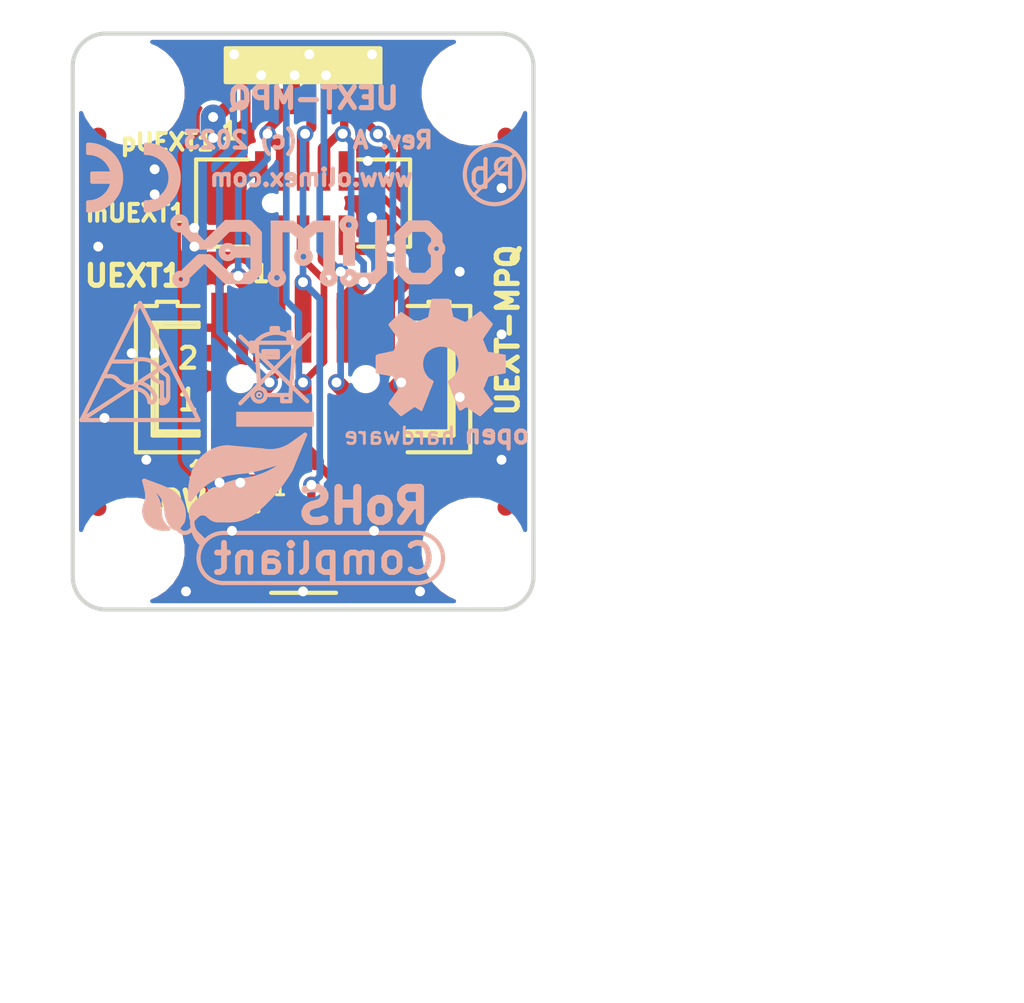
<source format=kicad_pcb>
(kicad_pcb (version 20171130) (host pcbnew 5.1.0-rc2-unknown-036be7d~80~ubuntu16.04.1)

  (general
    (thickness 1.6)
    (drawings 14)
    (tracks 194)
    (zones 0)
    (modules 19)
    (nets 15)
  )

  (page A4)
  (title_block
    (title UEXT-adapter)
    (date 2021-02-15)
    (rev A)
    (company "OLIMEX LTD")
    (comment 1 "(c) 2021")
  )

  (layers
    (0 F.Cu signal)
    (31 B.Cu signal)
    (32 B.Adhes user)
    (33 F.Adhes user hide)
    (34 B.Paste user)
    (35 F.Paste user hide)
    (36 B.SilkS user)
    (37 F.SilkS user)
    (38 B.Mask user)
    (39 F.Mask user)
    (40 Dwgs.User user hide)
    (41 Cmts.User user)
    (42 Eco1.User user)
    (43 Eco2.User user)
    (44 Edge.Cuts user)
    (45 Margin user)
    (46 B.CrtYd user)
    (47 F.CrtYd user hide)
    (48 B.Fab user hide)
    (49 F.Fab user hide)
  )

  (setup
    (last_trace_width 0.254)
    (user_trace_width 0.2032)
    (user_trace_width 0.254)
    (user_trace_width 0.4064)
    (user_trace_width 0.508)
    (user_trace_width 0.6096)
    (user_trace_width 0.762)
    (user_trace_width 1.016)
    (user_trace_width 1.524)
    (trace_clearance 0.254)
    (zone_clearance 0.254)
    (zone_45_only no)
    (trace_min 0.2)
    (via_size 1)
    (via_drill 0.6)
    (via_min_size 1)
    (via_min_drill 0.6)
    (uvia_size 0.3)
    (uvia_drill 0.1)
    (uvias_allowed no)
    (uvia_min_size 0.2)
    (uvia_min_drill 0.1)
    (edge_width 0.05)
    (segment_width 0.2)
    (pcb_text_width 0.3)
    (pcb_text_size 1.5 1.5)
    (mod_edge_width 0.12)
    (mod_text_size 1 1)
    (mod_text_width 0.15)
    (pad_size 1.524 1.524)
    (pad_drill 0.762)
    (pad_to_mask_clearance 0.0508)
    (aux_axis_origin 0 0)
    (visible_elements FFFDFF7F)
    (pcbplotparams
      (layerselection 0x00010_7ffffffe)
      (usegerberextensions false)
      (usegerberattributes false)
      (usegerberadvancedattributes false)
      (creategerberjobfile false)
      (excludeedgelayer true)
      (linewidth 0.100000)
      (plotframeref false)
      (viasonmask false)
      (mode 1)
      (useauxorigin false)
      (hpglpennumber 1)
      (hpglpenspeed 20)
      (hpglpendiameter 15.000000)
      (psnegative false)
      (psa4output false)
      (plotreference true)
      (plotvalue false)
      (plotinvisibletext false)
      (padsonsilk false)
      (subtractmaskfromsilk false)
      (outputformat 1)
      (mirror false)
      (drillshape 0)
      (scaleselection 1)
      (outputdirectory "Gerbers/"))
  )

  (net 0 "")
  (net 1 /UART-TX)
  (net 2 /UART-RX)
  (net 3 /SCL)
  (net 4 /SDA)
  (net 5 /MISO)
  (net 6 /MOSI)
  (net 7 /SCK)
  (net 8 /CS)
  (net 9 GND)
  (net 10 "Net-(FID2-PadFid1)")
  (net 11 "Net-(FID3-PadFid1)")
  (net 12 "Net-(FID4-PadFid1)")
  (net 13 "Net-(FID1-PadFid1)")
  (net 14 +3.3V)

  (net_class Default "This is the default net class."
    (clearance 0.254)
    (trace_width 0.254)
    (via_dia 1)
    (via_drill 0.6)
    (uvia_dia 0.3)
    (uvia_drill 0.1)
    (add_net +3.3V)
    (add_net /CS)
    (add_net /MISO)
    (add_net /MOSI)
    (add_net /SCK)
    (add_net /SCL)
    (add_net /SDA)
    (add_net /UART-RX)
    (add_net /UART-TX)
    (add_net GND)
    (add_net "Net-(FID1-PadFid1)")
    (add_net "Net-(FID2-PadFid1)")
    (add_net "Net-(FID3-PadFid1)")
    (add_net "Net-(FID4-PadFid1)")
  )

  (module OLIMEX_Signs-FP:Sign_RoHS_1 (layer B.Cu) (tedit 62149731) (tstamp 646B5140)
    (at 94.488 159.258 180)
    (descr Sign)
    (tags Sign)
    (attr virtual)
    (fp_text reference Sign_RoHS_1 (at 3.29692 7.10184 180) (layer B.Fab) hide
      (effects (font (size 2 2) (thickness 0.5)) (justify mirror))
    )
    (fp_text value Sign_RoHS_1 (at 6.29158 -2.07264 180) (layer B.Fab) hide
      (effects (font (size 1.778 1.778) (thickness 0.35)) (justify mirror))
    )
    (fp_arc (start 15.72514 3.40614) (end 15.113 2.794) (angle -44.9) (layer B.SilkS) (width 0.254))
    (fp_arc (start 17.2974 3.7719) (end 15.7988 3.86842) (angle -45) (layer B.SilkS) (width 0.254))
    (fp_arc (start 14.26972 3.80746) (end 15.7988 3.8608) (angle -45) (layer B.SilkS) (width 0.254))
    (fp_arc (start 15.11046 3.09626) (end 15.41526 2.79146) (angle -44.9) (layer B.SilkS) (width 0.254))
    (fp_arc (start 14.96822 3.67538) (end 16.1798 3.4671) (angle -45) (layer B.SilkS) (width 0.254))
    (fp_arc (start 17.96796 3.74396) (end 16.2052 3.81508) (angle -34.7) (layer B.SilkS) (width 0.254))
    (fp_arc (start 16.0274 3.48996) (end 16.22552 2.68986) (angle -14) (layer B.SilkS) (width 0.254))
    (fp_arc (start 16.02232 3.87604) (end 16.80718 2.96418) (angle -30.9) (layer B.SilkS) (width 0.254))
    (fp_arc (start 16.07312 3.74396) (end 17.145 3.74396) (angle -45) (layer B.SilkS) (width 0.254))
    (fp_arc (start 16.15186 3.74396) (end 17.07388 4.11226) (angle -21.8) (layer B.SilkS) (width 0.254))
    (fp_arc (start 18.48866 4.67868) (end 17.07388 4.11226) (angle -35.8) (layer B.SilkS) (width 0.254))
    (fp_arc (start 16.30934 3.62458) (end 14.986 4.3815) (angle -37) (layer B.SilkS) (width 0.254))
    (fp_arc (start 16.256 3.5306) (end 14.732 3.5306) (angle -29.7) (layer B.SilkS) (width 0.254))
    (fp_arc (start 15.9258 3.5306) (end 14.81582 3.0861) (angle -21.8) (layer B.SilkS) (width 0.254))
    (fp_arc (start 14.68628 2.82448) (end 14.97838 2.53238) (angle -45) (layer B.SilkS) (width 0.254))
    (fp_arc (start 14.68628 2.91846) (end 14.68628 2.413) (angle -45) (layer B.SilkS) (width 0.254))
    (fp_arc (start 13.30198 3.04546) (end 14.224 3.048) (angle -45) (layer B.SilkS) (width 0.254))
    (fp_arc (start 12.48918 3.00228) (end 14.224 3.00228) (angle -44.9) (layer B.SilkS) (width 0.254))
    (fp_arc (start 11.96594 13.3096) (end 11.49604 6.10108) (angle -10.8) (layer B.SilkS) (width 0.254))
    (fp_arc (start 11.14298 1.9812) (end 12.0142 6.02742) (angle -18.9) (layer B.SilkS) (width 0.254))
    (fp_arc (start 10.51306 1.7272) (end 13.28928 5.51942) (angle -18.4) (layer B.SilkS) (width 0.254))
    (fp_arc (start 13.462 3.55346) (end 14.10462 4.11226) (angle -67.4) (layer B.SilkS) (width 0.254))
    (fp_arc (start 10.27938 0.1524) (end 11.3792 5.57022) (angle -29.9) (layer B.SilkS) (width 0.254))
    (fp_arc (start 11.67384 10.37844) (end 11.06932 5.63118) (angle -26.1) (layer B.SilkS) (width 0.254))
    (fp_arc (start 12.68984 3.17246) (end 14.224 3.175) (angle -45) (layer B.SilkS) (width 0.254))
    (fp_arc (start 11.30046 4.89712) (end 14.29004 5.50418) (angle -12.8) (layer B.SilkS) (width 0.254))
    (fp_arc (start 11.99896 5.3467) (end 12.09294 7.62) (angle -68.1) (layer B.SilkS) (width 0.254))
    (fp_arc (start 9.49706 9.6647) (end 9.9441 7.42442) (angle -45) (layer B.SilkS) (width 0.254))
    (fp_arc (start 11.99388 5.7658) (end 12.12088 3.175) (angle -44.9) (layer B.SilkS) (width 0.254))
    (fp_arc (start 16.57858 11.18616) (end 10.21588 3.87858) (angle -18.4) (layer B.SilkS) (width 0.254))
    (fp_arc (start 13.589 3.09118) (end 13.22832 3.44932) (angle -90) (layer B.SilkS) (width 0.254))
    (fp_arc (start 12.6365 3.93446) (end 13.17498 3.39598) (angle -45) (layer B.SilkS) (width 0.254))
    (fp_arc (start 12.319 0.889) (end 13.843 0.889) (angle -90) (layer B.SilkS) (width 0.254))
    (fp_arc (start 0.508 0.889) (end 0.508 -0.635) (angle -90) (layer B.SilkS) (width 0.254))
    (fp_arc (start 0.508 0.889) (end -1.016 0.889) (angle -90) (layer B.SilkS) (width 0.254))
    (fp_arc (start 12.319 0.889) (end 12.319 2.413) (angle -90) (layer B.SilkS) (width 0.254))
    (fp_text user Compliant (at 6.20014 0.8382 180) (layer B.SilkS)
      (effects (font (size 1.778 1.778) (thickness 0.35)) (justify mirror))
    )
    (fp_text user RoHS (at 3.81508 4.04368 180) (layer B.SilkS)
      (effects (font (size 2 2) (thickness 0.5)) (justify mirror))
    )
    (fp_line (start 12.319 2.413) (end 0.508 2.413) (layer B.SilkS) (width 0.254))
    (fp_line (start 0.508 -0.635) (end 12.319 -0.635) (layer B.SilkS) (width 0.254))
    (fp_line (start 13.17498 3.39598) (end 13.22832 3.44932) (layer B.SilkS) (width 0.254))
    (fp_line (start 13.94714 3.44932) (end 14.224 3.175) (layer B.SilkS) (width 0.254))
    (fp_line (start 7.366 8.382) (end 8.23214 6.26618) (layer B.SilkS) (width 0.254))
    (fp_line (start 10.21588 3.87858) (end 10.25144 3.84302) (layer B.SilkS) (width 0.254))
    (fp_line (start 12.12088 3.175) (end 12.6365 3.175) (layer B.SilkS) (width 0.254))
    (fp_line (start 7.366 8.382) (end 8.22706 7.76224) (layer B.SilkS) (width 0.254))
    (fp_line (start 9.9441 7.42442) (end 12.09294 7.62) (layer B.SilkS) (width 0.254))
    (fp_line (start 14.14272 6.10362) (end 14.29004 5.50418) (layer B.SilkS) (width 0.254))
    (fp_line (start 14.34846 4.826) (end 14.34846 4.445) (layer B.SilkS) (width 0.254))
    (fp_line (start 14.24686 3.22072) (end 14.224 3.175) (layer B.SilkS) (width 0.254))
    (fp_line (start 13.589 1.905) (end 13.77442 2.09042) (layer B.SilkS) (width 0.254))
    (fp_line (start 8.76046 6.731) (end 9.0424 6.38302) (layer B.SilkS) (width 0.254))
    (fp_line (start 11.06932 5.63118) (end 11.3792 5.57022) (layer B.SilkS) (width 0.254))
    (fp_line (start 13.93444 4.30022) (end 14.10462 4.11226) (layer B.SilkS) (width 0.254))
    (fp_line (start 14.34846 4.445) (end 14.34592 4.44754) (layer B.SilkS) (width 0.254))
    (fp_line (start 13.28928 5.51942) (end 13.28166 5.5245) (layer B.SilkS) (width 0.254))
    (fp_line (start 12.0142 6.02742) (end 11.49604 6.10108) (layer B.SilkS) (width 0.254))
    (fp_line (start 10.1473 6.31698) (end 8.76046 6.731) (layer B.SilkS) (width 0.254))
    (fp_line (start 13.589 1.778) (end 14.097 2.54) (layer B.SilkS) (width 0.254))
    (fp_line (start 14.224 3.00228) (end 14.224 3.048) (layer B.SilkS) (width 0.254))
    (fp_line (start 13.462 1.905) (end 13.95222 2.39522) (layer B.SilkS) (width 0.254))
    (fp_line (start 14.224 2.667) (end 14.32814 2.56032) (layer B.SilkS) (width 0.254))
    (fp_line (start 14.97838 2.53238) (end 15.113 2.667) (layer B.SilkS) (width 0.254))
    (fp_line (start 15.113 2.667) (end 14.81582 3.0861) (layer B.SilkS) (width 0.254))
    (fp_line (start 14.93266 4.28752) (end 14.986 4.3815) (layer B.SilkS) (width 0.254))
    (fp_line (start 15.70736 5.02666) (end 16.129 5.207) (layer B.SilkS) (width 0.254))
    (fp_line (start 16.129 5.207) (end 17.145 5.588) (layer B.SilkS) (width 0.254))
    (fp_line (start 17.145 5.588) (end 17.01038 5.04952) (layer B.SilkS) (width 0.254))
    (fp_line (start 16.83004 2.98704) (end 16.80718 2.96418) (layer B.SilkS) (width 0.254))
    (fp_line (start 16.0274 2.667) (end 15.6718 2.667) (layer B.SilkS) (width 0.254))
    (fp_line (start 15.1257 2.667) (end 15.113 2.667) (layer B.SilkS) (width 0.254))
    (fp_line (start 16.2052 3.85826) (end 16.1798 3.4671) (layer B.SilkS) (width 0.254))
    (fp_line (start 7.747 7.874) (end 8.76046 7.23646) (layer B.SilkS) (width 0.254))
    (fp_line (start 8.76046 7.23646) (end 9.906 7.23646) (layer B.SilkS) (width 0.508))
    (fp_line (start 9.906 7.23646) (end 10.922 7.366) (layer B.SilkS) (width 0.508))
    (fp_line (start 10.922 7.366) (end 12.573 7.366) (layer B.SilkS) (width 0.508))
    (fp_line (start 12.573 7.366) (end 13.208 6.985) (layer B.SilkS) (width 0.508))
    (fp_line (start 13.208 6.985) (end 13.716 6.477) (layer B.SilkS) (width 0.508))
    (fp_line (start 13.716 6.477) (end 13.97 5.969) (layer B.SilkS) (width 0.508))
    (fp_line (start 13.97 5.969) (end 14.097 4.953) (layer B.SilkS) (width 0.508))
    (fp_line (start 14.097 4.953) (end 13.589 5.588) (layer B.SilkS) (width 0.508))
    (fp_line (start 13.589 5.588) (end 12.954 5.969) (layer B.SilkS) (width 0.508))
    (fp_line (start 12.954 5.969) (end 13.208 6.477) (layer B.SilkS) (width 0.508))
    (fp_line (start 13.208 6.477) (end 13.589 5.969) (layer B.SilkS) (width 0.508))
    (fp_line (start 12.827 5.969) (end 12.192 6.35) (layer B.SilkS) (width 0.508))
    (fp_line (start 12.192 6.35) (end 11.684 6.35) (layer B.SilkS) (width 0.508))
    (fp_line (start 11.684 6.35) (end 11.557 6.35) (layer B.SilkS) (width 0.508))
    (fp_line (start 11.557 6.35) (end 10.414 6.477) (layer B.SilkS) (width 0.508))
    (fp_line (start 10.414 6.477) (end 9.144 6.858) (layer B.SilkS) (width 0.508))
    (fp_line (start 9.144 6.858) (end 8.636 6.985) (layer B.SilkS) (width 0.508))
    (fp_line (start 8.636 6.985) (end 13.208 6.985) (layer B.SilkS) (width 0.508))
    (fp_line (start 13.208 6.985) (end 13.208 6.731) (layer B.SilkS) (width 0.508))
    (fp_line (start 13.208 6.477) (end 13.208 6.731) (layer B.SilkS) (width 0.508))
    (fp_line (start 13.208 6.731) (end 8.255 6.8072) (layer B.SilkS) (width 0.508))
    (fp_line (start 13.335 6.35) (end 11.684 6.35) (layer B.SilkS) (width 0.508))
    (fp_line (start 7.747 7.874) (end 8.255 6.985) (layer B.SilkS) (width 0.508))
    (fp_line (start 8.255 6.985) (end 8.382 6.477) (layer B.SilkS) (width 0.508))
    (fp_line (start 8.382 6.477) (end 8.76046 5.969) (layer B.SilkS) (width 0.508))
    (fp_line (start 8.76046 5.969) (end 8.76046 6.35) (layer B.SilkS) (width 0.508))
    (fp_line (start 8.76046 6.35) (end 8.382 7.23646) (layer B.SilkS) (width 0.508))
    (fp_line (start 8.89 5.842) (end 9.271 5.334) (layer B.SilkS) (width 0.508))
    (fp_line (start 9.271 5.334) (end 9.525 4.953) (layer B.SilkS) (width 0.508))
    (fp_line (start 9.525 4.953) (end 10.414 4.064) (layer B.SilkS) (width 0.508))
    (fp_line (start 10.414 4.064) (end 10.922 3.683) (layer B.SilkS) (width 0.508))
    (fp_line (start 10.922 3.683) (end 11.811 3.429) (layer B.SilkS) (width 0.508))
    (fp_line (start 11.811 3.429) (end 12.7 3.429) (layer B.SilkS) (width 0.508))
    (fp_line (start 12.7 3.429) (end 13.462 3.937) (layer B.SilkS) (width 0.508))
    (fp_line (start 13.462 3.937) (end 13.843 3.81) (layer B.SilkS) (width 0.508))
    (fp_line (start 13.843 3.81) (end 14.097 3.556) (layer B.SilkS) (width 0.508))
    (fp_line (start 14.097 3.556) (end 13.843 4.064) (layer B.SilkS) (width 0.508))
    (fp_line (start 13.843 4.064) (end 13.335 4.572) (layer B.SilkS) (width 0.508))
    (fp_line (start 13.335 4.572) (end 12.6492 4.9784) (layer B.SilkS) (width 0.508))
    (fp_line (start 12.6492 4.9784) (end 11.2522 5.461) (layer B.SilkS) (width 0.508))
    (fp_line (start 11.2522 5.461) (end 10.6426 5.461) (layer B.SilkS) (width 0.508))
    (fp_line (start 10.6426 5.461) (end 9.906 5.715) (layer B.SilkS) (width 0.508))
    (fp_line (start 9.906 5.715) (end 9.144 6.096) (layer B.SilkS) (width 0.508))
    (fp_line (start 9.271 5.715) (end 10.033 5.08) (layer B.SilkS) (width 0.508))
    (fp_line (start 10.033 5.08) (end 10.16 5.207) (layer B.SilkS) (width 0.508))
    (fp_line (start 10.16 5.207) (end 10.287 5.207) (layer B.SilkS) (width 0.508))
    (fp_line (start 10.287 5.207) (end 11.43 5.08) (layer B.SilkS) (width 0.508))
    (fp_line (start 11.43 5.08) (end 12.446 4.826) (layer B.SilkS) (width 0.508))
    (fp_line (start 12.446 4.826) (end 13.081 4.318) (layer B.SilkS) (width 0.508))
    (fp_line (start 13.081 4.318) (end 13.208 4.191) (layer B.SilkS) (width 0.508))
    (fp_line (start 13.208 4.191) (end 13.081 3.937) (layer B.SilkS) (width 0.508))
    (fp_line (start 13.081 3.937) (end 12.827 3.937) (layer B.SilkS) (width 0.508))
    (fp_line (start 12.827 3.937) (end 12.446 3.81) (layer B.SilkS) (width 0.508))
    (fp_line (start 12.446 3.81) (end 11.811 3.81) (layer B.SilkS) (width 0.508))
    (fp_line (start 11.811 3.81) (end 11.43 3.937) (layer B.SilkS) (width 0.508))
    (fp_line (start 11.43 3.937) (end 10.922 4.064) (layer B.SilkS) (width 0.508))
    (fp_line (start 10.922 4.064) (end 10.287 4.572) (layer B.SilkS) (width 0.508))
    (fp_line (start 10.287 4.572) (end 10.16 4.699) (layer B.SilkS) (width 0.508))
    (fp_line (start 10.16 4.699) (end 10.287 4.826) (layer B.SilkS) (width 0.508))
    (fp_line (start 10.287 4.826) (end 10.795 4.826) (layer B.SilkS) (width 0.508))
    (fp_line (start 10.795 4.826) (end 11.811 4.572) (layer B.SilkS) (width 0.508))
    (fp_line (start 11.811 4.572) (end 12.065 4.572) (layer B.SilkS) (width 0.508))
    (fp_line (start 12.065 4.572) (end 12.573 4.318) (layer B.SilkS) (width 0.508))
    (fp_line (start 12.573 4.318) (end 12.573 4.191) (layer B.SilkS) (width 0.508))
    (fp_line (start 12.573 4.191) (end 12.446 4.064) (layer B.SilkS) (width 0.508))
    (fp_line (start 12.446 4.064) (end 12.065 4.191) (layer B.SilkS) (width 0.508))
    (fp_line (start 12.065 4.191) (end 10.795 4.445) (layer B.SilkS) (width 0.508))
    (fp_line (start 15.41526 2.79146) (end 15.38732 2.76352) (layer B.SilkS) (width 0.254))
    (fp_line (start 15.7988 3.8608) (end 15.7988 3.86842) (layer B.SilkS) (width 0.254))
    (fp_line (start 14.859 3.40614) (end 14.859 3.429) (layer B.SilkS) (width 0.254))
    (fp_line (start 14.859 3.429) (end 14.859 3.683) (layer B.SilkS) (width 0.254))
    (fp_line (start 14.859 3.683) (end 14.986 3.683) (layer B.SilkS) (width 0.254))
    (fp_line (start 14.986 3.683) (end 15.113 3.683) (layer B.SilkS) (width 0.254))
    (fp_line (start 15.113 3.683) (end 15.113 3.048) (layer B.SilkS) (width 0.254))
    (fp_line (start 14.986 3.683) (end 14.986 3.556) (layer B.SilkS) (width 0.254))
    (fp_line (start 14.986 3.556) (end 14.986 3.175) (layer B.SilkS) (width 0.254))
    (fp_line (start 14.986 3.175) (end 14.986 3.048) (layer B.SilkS) (width 0.254))
    (fp_line (start 14.986 3.048) (end 14.986 2.921) (layer B.SilkS) (width 0.254))
    (fp_line (start 15.113 3.683) (end 15.494 3.683) (layer B.SilkS) (width 0.254))
    (fp_line (start 15.494 3.683) (end 15.748 3.683) (layer B.SilkS) (width 0.254))
    (fp_line (start 15.748 3.683) (end 15.24 2.794) (layer B.SilkS) (width 0.254))
    (fp_line (start 15.494 3.683) (end 15.494 3.175) (layer B.SilkS) (width 0.254))
    (fp_line (start 14.986 3.556) (end 15.621 3.556) (layer B.SilkS) (width 0.254))
    (fp_line (start 14.859 3.429) (end 15.621 3.429) (layer B.SilkS) (width 0.254))
    (fp_line (start 14.859 3.302) (end 15.621 3.302) (layer B.SilkS) (width 0.254))
    (fp_line (start 14.986 3.175) (end 15.621 3.175) (layer B.SilkS) (width 0.254))
    (fp_line (start 14.986 3.048) (end 15.494 3.048) (layer B.SilkS) (width 0.254))
    (fp_line (start 15.748 3.81) (end 14.859 3.81) (layer B.SilkS) (width 0.254))
    (fp_line (start 15.748 3.937) (end 14.859 3.937) (layer B.SilkS) (width 0.254))
    (fp_line (start 15.748 4.064) (end 14.986 4.064) (layer B.SilkS) (width 0.254))
    (fp_line (start 15.748 4.191) (end 14.986 4.191) (layer B.SilkS) (width 0.254))
    (fp_line (start 15.875 4.318) (end 14.986 4.318) (layer B.SilkS) (width 0.254))
    (fp_line (start 15.875 4.445) (end 15.113 4.445) (layer B.SilkS) (width 0.254))
    (fp_line (start 16.002 4.572) (end 15.24 4.572) (layer B.SilkS) (width 0.254))
    (fp_line (start 16.002 4.699) (end 15.367 4.699) (layer B.SilkS) (width 0.254))
    (fp_line (start 16.129 4.826) (end 15.621 4.826) (layer B.SilkS) (width 0.254))
    (fp_line (start 16.891 4.953) (end 16.764 4.953) (layer B.SilkS) (width 0.254))
    (fp_line (start 16.764 4.953) (end 16.637 4.953) (layer B.SilkS) (width 0.254))
    (fp_line (start 16.637 4.953) (end 15.748 4.953) (layer B.SilkS) (width 0.254))
    (fp_line (start 16.129 5.08) (end 16.891 5.08) (layer B.SilkS) (width 0.254))
    (fp_line (start 16.383 5.207) (end 17.018 5.207) (layer B.SilkS) (width 0.254))
    (fp_line (start 16.51 5.334) (end 17.018 5.334) (layer B.SilkS) (width 0.254))
    (fp_line (start 16.637 4.953) (end 16.637 4.445) (layer B.SilkS) (width 0.254))
    (fp_line (start 16.764 4.953) (end 16.764 4.445) (layer B.SilkS) (width 0.254))
    (fp_line (start 16.383 4.445) (end 16.891 4.445) (layer B.SilkS) (width 0.254))
    (fp_line (start 16.383 4.318) (end 16.891 4.318) (layer B.SilkS) (width 0.254))
    (fp_line (start 16.256 4.191) (end 16.891 4.191) (layer B.SilkS) (width 0.254))
    (fp_line (start 16.256 4.064) (end 17.018 4.064) (layer B.SilkS) (width 0.254))
    (fp_line (start 16.256 3.937) (end 17.018 3.937) (layer B.SilkS) (width 0.254))
    (fp_line (start 16.256 3.81) (end 17.018 3.81) (layer B.SilkS) (width 0.254))
    (fp_line (start 16.256 3.683) (end 17.018 3.683) (layer B.SilkS) (width 0.254))
    (fp_line (start 16.256 3.556) (end 17.018 3.556) (layer B.SilkS) (width 0.254))
    (fp_line (start 16.256 3.429) (end 17.018 3.429) (layer B.SilkS) (width 0.254))
    (fp_line (start 16.1798 3.302) (end 17.018 3.302) (layer B.SilkS) (width 0.254))
    (fp_line (start 16.129 3.175) (end 16.891 3.175) (layer B.SilkS) (width 0.254))
    (fp_line (start 16.129 3.048) (end 16.764 3.048) (layer B.SilkS) (width 0.254))
    (fp_line (start 16.002 2.921) (end 16.637 2.921) (layer B.SilkS) (width 0.254))
    (fp_line (start 15.875 2.794) (end 16.383 2.794) (layer B.SilkS) (width 0.254))
  )

  (module OLIMEX_Signs-FP:CE_Sign (layer B.Cu) (tedit 621494B2) (tstamp 646B3FD7)
    (at 75.692 135.255 180)
    (descr Sign)
    (tags Sign)
    (attr virtual)
    (fp_text reference Sign_CE (at 0 3 180 unlocked) (layer B.SilkS) hide
      (effects (font (size 1.27 1.27) (thickness 0.254)) (justify mirror))
    )
    (fp_text value CE_Sign (at 0 -3 180 unlocked) (layer B.Fab) hide
      (effects (font (size 1 1) (thickness 0.15)) (justify mirror))
    )
    (fp_arc (start 1.75 0) (end 1.75 2) (angle 180) (layer B.SilkS) (width 0.254))
    (fp_arc (start 1.75 0) (end 1.7 1.75) (angle 176.727513) (layer B.SilkS) (width 0.3))
    (fp_arc (start 1.75 0) (end 1.75 1.5) (angle 180) (layer B.SilkS) (width 0.254))
    (fp_arc (start -1.75 0) (end -1.8 1.75) (angle 176.727513) (layer B.SilkS) (width 0.3))
    (fp_arc (start -1.75 0) (end -1.75 2) (angle 180) (layer B.SilkS) (width 0.254))
    (fp_arc (start -1.75 0) (end -1.75 1.5) (angle 180) (layer B.SilkS) (width 0.254))
    (fp_circle (center -1.75 0) (end 0.25 0) (layer Dwgs.User) (width 0.254))
    (fp_circle (center 1.75 0) (end 3.75 0) (layer Dwgs.User) (width 0.254))
    (fp_circle (center -1.75 0) (end -0.25 0) (layer Dwgs.User) (width 0.254))
    (fp_circle (center 1.75 0) (end 3.25 0) (layer Dwgs.User) (width 0.254))
    (fp_line (start -1.75 2) (end -1.75 1.5) (layer B.SilkS) (width 0.254))
    (fp_line (start -1.75 -1.5) (end -1.75 -2) (layer B.SilkS) (width 0.254))
    (fp_line (start 1.75 -1.5) (end 1.75 -2) (layer B.SilkS) (width 0.254))
    (fp_line (start 1.75 2) (end 1.75 1.5) (layer B.SilkS) (width 0.254))
    (fp_line (start 0.25 0.25) (end 1.5 0.25) (layer B.SilkS) (width 0.254))
    (fp_line (start 1.5 0.25) (end 1.5 -0.25) (layer B.SilkS) (width 0.254))
    (fp_line (start 1.5 -0.25) (end 0.25 -0.25) (layer B.SilkS) (width 0.254))
    (fp_line (start 1.5 0) (end 0.25 0) (layer B.SilkS) (width 0.254))
  )

  (module OLIMEX_Connectors-FP:BM10B-SRSS-TB (layer F.Cu) (tedit 64646EE2) (tstamp 646B39FB)
    (at 87 129.2)
    (path /6468BD10)
    (solder_mask_margin 0.0508)
    (attr smd)
    (fp_text reference pUEXT1 (at -8.26 3.896) (layer F.SilkS)
      (effects (font (size 1.016 1.016) (thickness 0.254)))
    )
    (fp_text value SH1.0-10P-180D (at -0.1 4.8) (layer F.Fab)
      (effects (font (size 0.762 0.762) (thickness 0.15)))
    )
    (fp_line (start -7 1.1) (end 7 1.1) (layer F.Adhes) (width 0.254))
    (fp_line (start -7 -1.8) (end -7 1.1) (layer F.Adhes) (width 0.254))
    (fp_line (start 7 -1.8) (end -7 -1.8) (layer F.Adhes) (width 0.254))
    (fp_line (start 7 1.1) (end 7 -1.8) (layer F.Adhes) (width 0.254))
    (fp_text user "Vertical mount" (at 0 -0.592) (layer F.Fab)
      (effects (font (size 0.889 0.889) (thickness 0.15)))
    )
    (fp_text user 1 (at -4.45 3.218) (layer F.SilkS)
      (effects (font (size 1.016 1.016) (thickness 0.254)))
    )
    (fp_line (start 6 -1.8) (end 6 1.1) (layer F.Fab) (width 0.127))
    (fp_line (start 6 1.1) (end -6 1.1) (layer F.Fab) (width 0.127))
    (fp_line (start -6 1.1) (end -6 -1.8) (layer F.Fab) (width 0.127))
    (fp_line (start -6 -1.8) (end 6 -1.8) (layer F.Fab) (width 0.127))
    (fp_line (start -4.699 -1.8) (end 4.699 -1.8) (layer F.SilkS) (width 0.254))
    (fp_line (start -6.65 -2.25) (end -6.65 2.45) (layer F.CrtYd) (width 0.05))
    (fp_line (start -6.65 2.45) (end 6.65 2.45) (layer F.CrtYd) (width 0.05))
    (fp_line (start 6.65 2.45) (end 6.65 -2.25) (layer F.CrtYd) (width 0.05))
    (fp_line (start 6.65 -2.25) (end -6.65 -2.25) (layer F.CrtYd) (width 0.05))
    (fp_poly (pts (xy -4.699 -1.8) (xy -4.699 0.254) (xy 4.699 0.254) (xy 4.699 -1.8)) (layer F.SilkS) (width 0.254))
    (pad 1 smd rect (at -4.5 1.425) (size 0.6 1.55) (layers F.Cu F.Paste F.Mask)
      (net 14 +3.3V))
    (pad 2 smd rect (at -3.5 1.425) (size 0.6 1.55) (layers F.Cu F.Paste F.Mask)
      (net 9 GND))
    (pad 3 smd rect (at -2.5 1.425) (size 0.6 1.55) (layers F.Cu F.Paste F.Mask)
      (net 1 /UART-TX))
    (pad 4 smd rect (at -1.5 1.425) (size 0.6 1.55) (layers F.Cu F.Paste F.Mask)
      (net 2 /UART-RX))
    (pad 5 smd rect (at -0.5 1.425) (size 0.6 1.55) (layers F.Cu F.Paste F.Mask)
      (net 3 /SCL))
    (pad 6 smd rect (at 0.5 1.425) (size 0.6 1.55) (layers F.Cu F.Paste F.Mask)
      (net 4 /SDA))
    (pad 7 smd rect (at 1.5 1.425) (size 0.6 1.55) (layers F.Cu F.Paste F.Mask)
      (net 5 /MISO))
    (pad 8 smd rect (at 2.5 1.425) (size 0.6 1.55) (layers F.Cu F.Paste F.Mask)
      (net 6 /MOSI))
    (pad 9 smd rect (at 3.5 1.425) (size 0.6 1.55) (layers F.Cu F.Paste F.Mask)
      (net 7 /SCK))
    (pad 10 smd rect (at 4.5 1.425) (size 0.6 1.55) (layers F.Cu F.Paste F.Mask)
      (net 8 /CS))
    (pad 0 smd rect (at -5.8 -0.35) (size 1.2 3.1) (layers F.Cu F.Paste F.Mask)
      (net 9 GND))
    (pad 0 smd rect (at 5.8 -0.35) (size 1.2 3.1) (layers F.Cu F.Paste F.Mask)
      (net 9 GND))
    (model "${KISYS3DMOD}/BM10B-SRSS-TB(JST_GH_BM10B-GHS-TBT_1x10-1MP_P1.25mm_Vertical).step"
      (offset (xyz 0 -0.1 0))
      (scale (xyz 0.8 0.8 1))
      (rotate (xyz 0 0 0))
    )
  )

  (module OLIMEX_Connectors-FP:HAB-VCR-010-LF (layer F.Cu) (tedit 61F295CD) (tstamp 64676656)
    (at 87 136.8)
    (path /605EB3FB)
    (solder_mask_margin 0.0508)
    (solder_paste_margin 0.057)
    (attr smd)
    (fp_text reference mUEXT1 (at -10.165 0.614 180) (layer F.SilkS)
      (effects (font (size 1.016 1.016) (thickness 0.254)))
    )
    (fp_text value HAB-VCR-010-LF (at 0 5.461) (layer F.Fab)
      (effects (font (size 1.27 1.27) (thickness 0.254)))
    )
    (fp_line (start 6.5 -2.65) (end 3.35 -2.65) (layer F.SilkS) (width 0.254))
    (fp_line (start 6.5 2.65) (end 3.35 2.65) (layer F.SilkS) (width 0.254))
    (fp_line (start 6.5 -2.65) (end 6.5 2.65) (layer F.SilkS) (width 0.254))
    (fp_line (start -6.5 -2.65) (end -3.35 -2.65) (layer F.SilkS) (width 0.254))
    (fp_line (start -6.5 2.65) (end -6.5 -2.65) (layer F.SilkS) (width 0.254))
    (fp_line (start -6.5 2.65) (end -3.35 2.65) (layer F.SilkS) (width 0.254))
    (fp_text user 1 (at -2.545 4.297) (layer F.SilkS)
      (effects (font (size 1.016 1.016) (thickness 0.254)))
    )
    (pad 1 smd rect (at -2.54 1.9505 90) (size 2.4 0.76) (layers F.Cu F.Paste F.Mask)
      (net 14 +3.3V))
    (pad 3 smd rect (at -1.27 1.9505 90) (size 2.4 0.76) (layers F.Cu F.Paste F.Mask)
      (net 1 /UART-TX))
    (pad 5 smd rect (at 0 1.9505 90) (size 2.4 0.76) (layers F.Cu F.Paste F.Mask)
      (net 3 /SCL))
    (pad 7 smd rect (at 1.27 1.9505 90) (size 2.4 0.76) (layers F.Cu F.Paste F.Mask)
      (net 5 /MISO))
    (pad 9 smd rect (at 2.54 1.9505 90) (size 2.4 0.76) (layers F.Cu F.Paste F.Mask)
      (net 7 /SCK))
    (pad 2 smd rect (at -2.54 -1.9505 90) (size 2.4 0.76) (layers F.Cu F.Paste F.Mask)
      (net 9 GND))
    (pad 8 smd rect (at 1.27 -1.9505 90) (size 2.4 0.76) (layers F.Cu F.Paste F.Mask)
      (net 6 /MOSI))
    (pad 10 smd rect (at 2.54 -1.9505 90) (size 2.4 0.76) (layers F.Cu F.Paste F.Mask)
      (net 8 /CS))
    (pad 6 smd rect (at 0 -1.9505 90) (size 2.4 0.76) (layers F.Cu F.Paste F.Mask)
      (net 4 /SDA))
    (pad 4 smd rect (at -1.27 -1.9505 90) (size 2.4 0.76) (layers F.Cu F.Paste F.Mask)
      (net 2 /UART-RX))
    (pad "" np_thru_hole circle (at 1.905 0 90) (size 0.7 0.7) (drill 0.7) (layers *.Cu *.Mask))
    (pad "" np_thru_hole circle (at -1.905 0 90) (size 0.7 0.7) (drill 0.7) (layers *.Cu *.Mask))
    (model ${KISYS3DMOD}/GBH2x5.stp
      (offset (xyz 4.75 -2.9 6))
      (scale (xyz 1 1 1))
      (rotate (xyz -90 0 -180))
    )
  )

  (module OLIMEX_Connectors-FP:GBH-254-SMT-10 (layer F.Cu) (tedit 645DF6F5) (tstamp 6465D6B6)
    (at 87 147.5)
    (path /605E937D)
    (solder_mask_margin 0.0508)
    (solder_paste_margin 0.127)
    (attr smd)
    (fp_text reference UEXT1 (at -10.292 -6.276) (layer F.SilkS)
      (effects (font (size 1.27 1.27) (thickness 0.3175)))
    )
    (fp_text value P-B-V-10-LF (at 0 -6.35) (layer F.Fab)
      (effects (font (size 1.27 1.27) (thickness 0.254)))
    )
    (fp_text user 10 (at 0 3.429) (layer F.Fab)
      (effects (font (size 1.127 1.127) (thickness 0.254)))
    )
    (fp_text user 1 (at -6.985 1.27) (layer F.SilkS)
      (effects (font (size 1.27 1.27) (thickness 0.254)))
    )
    (fp_text user 2 (at -6.985 -1.27) (layer F.SilkS)
      (effects (font (size 1.27 1.27) (thickness 0.254)))
    )
    (fp_line (start 8.636 -3.302) (end 9.144 -3.302) (layer F.SilkS) (width 0.254))
    (fp_line (start 8.763 3.302) (end 9.017 3.302) (layer F.SilkS) (width 0.254))
    (fp_line (start -8.636 3.302) (end -9.017 3.302) (layer F.SilkS) (width 0.254))
    (fp_line (start -8.636 -3.302) (end -9.017 -3.302) (layer F.SilkS) (width 0.254))
    (fp_line (start 9.144 -3.429) (end 6.35 -3.429) (layer F.Fab) (width 0.254))
    (fp_line (start 9.144 3.429) (end 9.144 -3.429) (layer F.Fab) (width 0.254))
    (fp_line (start 6.35 3.429) (end 9.144 3.429) (layer F.Fab) (width 0.254))
    (fp_line (start 6.35 -4.445) (end 7.62 -4.445) (layer F.Fab) (width 0.254))
    (fp_line (start 8.89 -4.445) (end 10.16 -4.445) (layer F.Fab) (width 0.254))
    (fp_line (start 7.62 -4.445) (end 7.62 -4.699) (layer F.Fab) (width 0.254))
    (fp_line (start 8.89 -4.699) (end 7.62 -4.699) (layer F.Fab) (width 0.254))
    (fp_line (start 8.89 -4.445) (end 8.89 -4.699) (layer F.Fab) (width 0.254))
    (fp_line (start 8.89 3.175) (end 6.35 3.175) (layer F.Fab) (width 0.254))
    (fp_line (start 10.16 4.445) (end 10.16 -4.445) (layer F.Fab) (width 0.254))
    (fp_line (start 10.16 4.445) (end 6.35 4.445) (layer F.Fab) (width 0.254))
    (fp_line (start 8.89 3.175) (end 8.89 -3.175) (layer F.Fab) (width 0.254))
    (fp_line (start 6.35 -3.175) (end 8.89 -3.175) (layer F.Fab) (width 0.254))
    (fp_line (start -6.35 4.445) (end -10.16 4.445) (layer F.Fab) (width 0.254))
    (fp_line (start -9.144 3.429) (end -6.35 3.429) (layer F.Fab) (width 0.254))
    (fp_line (start -9.144 -3.429) (end -9.144 3.429) (layer F.Fab) (width 0.254))
    (fp_line (start -6.35 -3.429) (end -9.144 -3.429) (layer F.Fab) (width 0.254))
    (fp_line (start -7.62 -4.445) (end -6.35 -4.445) (layer F.Fab) (width 0.254))
    (fp_line (start -7.62 -4.699) (end -7.62 -4.445) (layer F.Fab) (width 0.254))
    (fp_line (start -8.89 -4.699) (end -8.89 -4.445) (layer F.Fab) (width 0.254))
    (fp_line (start -7.62 -4.699) (end -8.89 -4.699) (layer F.Fab) (width 0.254))
    (fp_line (start -6.35 3.175) (end -8.89 3.175) (layer F.Fab) (width 0.254))
    (fp_line (start -10.16 -4.445) (end -10.16 4.445) (layer F.Fab) (width 0.254))
    (fp_line (start -10.16 -4.445) (end -8.89 -4.445) (layer F.Fab) (width 0.254))
    (fp_line (start -8.89 -3.175) (end -8.89 3.175) (layer F.Fab) (width 0.254))
    (fp_line (start -8.89 -3.175) (end -6.35 -3.175) (layer F.Fab) (width 0.254))
    (fp_line (start -8.89 -3.175) (end -6.35 -3.175) (layer F.SilkS) (width 0.254))
    (fp_line (start -6.35 -3.175) (end 6.35 -3.175) (layer F.Fab) (width 0.254))
    (fp_line (start 6.35 -3.175) (end 8.89 -3.175) (layer F.SilkS) (width 0.254))
    (fp_line (start 8.89 3.175) (end 8.89 -3.175) (layer F.SilkS) (width 0.254))
    (fp_line (start -8.89 -3.175) (end -8.89 3.175) (layer F.SilkS) (width 0.254))
    (fp_line (start -10.16 -4.445) (end -8.89 -4.445) (layer F.SilkS) (width 0.254))
    (fp_line (start 10.16 4.445) (end 6.35 4.445) (layer F.SilkS) (width 0.254))
    (fp_line (start 6.35 4.445) (end 5.461 4.445) (layer F.Fab) (width 0.254))
    (fp_line (start 10.16 4.445) (end 10.16 -4.445) (layer F.SilkS) (width 0.254))
    (fp_line (start -10.16 -4.445) (end -10.16 4.445) (layer F.SilkS) (width 0.254))
    (fp_line (start 8.89 3.175) (end 6.35 3.175) (layer F.SilkS) (width 0.254))
    (fp_line (start 6.35 3.175) (end 4.572 3.175) (layer F.Fab) (width 0.254))
    (fp_line (start 2.032 2.413) (end -2.032 2.413) (layer F.Fab) (width 0.254))
    (fp_line (start -2.032 3.175) (end -2.032 2.413) (layer F.Fab) (width 0.254))
    (fp_line (start -2.032 3.175) (end -6.35 3.175) (layer F.Fab) (width 0.254))
    (fp_line (start -6.35 3.175) (end -8.89 3.175) (layer F.SilkS) (width 0.254))
    (fp_line (start -2.032 3.175) (end -2.032 3.429) (layer F.Fab) (width 0.254))
    (fp_line (start 2.032 2.413) (end 2.032 3.175) (layer F.Fab) (width 0.254))
    (fp_line (start 2.032 3.175) (end 2.032 3.429) (layer F.Fab) (width 0.254))
    (fp_line (start 8.89 -4.445) (end 8.89 -4.699) (layer F.SilkS) (width 0.254))
    (fp_line (start 8.89 -4.699) (end 7.62 -4.699) (layer F.SilkS) (width 0.254))
    (fp_line (start 7.62 -4.445) (end 7.62 -4.699) (layer F.SilkS) (width 0.254))
    (fp_line (start 8.89 -4.445) (end 10.16 -4.445) (layer F.SilkS) (width 0.254))
    (fp_line (start 0.635 -4.699) (end -0.635 -4.699) (layer F.Fab) (width 0.254))
    (fp_line (start 0.635 -4.699) (end 0.635 -4.445) (layer F.Fab) (width 0.254))
    (fp_line (start 0.635 -4.445) (end 6.35 -4.445) (layer F.Fab) (width 0.254))
    (fp_line (start 6.35 -4.445) (end 7.62 -4.445) (layer F.SilkS) (width 0.254))
    (fp_line (start -0.635 -4.699) (end -0.635 -4.445) (layer F.Fab) (width 0.254))
    (fp_line (start -7.62 -4.699) (end -8.89 -4.699) (layer F.SilkS) (width 0.254))
    (fp_line (start -8.89 -4.699) (end -8.89 -4.445) (layer F.SilkS) (width 0.254))
    (fp_line (start -7.62 -4.699) (end -7.62 -4.445) (layer F.SilkS) (width 0.254))
    (fp_line (start -7.62 -4.445) (end -6.35 -4.445) (layer F.SilkS) (width 0.254))
    (fp_line (start -6.35 -4.445) (end -0.635 -4.445) (layer F.Fab) (width 0.254))
    (fp_line (start 2.159 4.445) (end 2.032 4.445) (layer F.Fab) (width 0.254))
    (fp_line (start 2.032 4.445) (end -2.032 4.445) (layer F.Fab) (width 0.254))
    (fp_line (start 3.048 3.175) (end 3.048 3.429) (layer F.Fab) (width 0.254))
    (fp_line (start 3.048 3.175) (end 2.032 3.175) (layer F.Fab) (width 0.254))
    (fp_line (start 4.572 3.175) (end 4.572 3.429) (layer F.Fab) (width 0.254))
    (fp_line (start 4.572 3.175) (end 3.048 3.175) (layer F.Fab) (width 0.254))
    (fp_line (start 2.159 4.445) (end 2.54 3.937) (layer F.Fab) (width 0.254))
    (fp_line (start 5.08 3.937) (end 5.461 4.445) (layer F.Fab) (width 0.254))
    (fp_line (start 5.08 3.937) (end 4.572 3.937) (layer F.Fab) (width 0.254))
    (fp_line (start 3.048 3.429) (end 2.032 3.429) (layer F.Fab) (width 0.254))
    (fp_line (start 2.032 3.429) (end 2.032 4.445) (layer F.Fab) (width 0.254))
    (fp_line (start 4.572 3.429) (end 6.35 3.429) (layer F.Fab) (width 0.254))
    (fp_line (start 6.35 3.429) (end 9.144 3.429) (layer F.SilkS) (width 0.254))
    (fp_line (start 9.144 3.429) (end 9.144 -3.429) (layer F.SilkS) (width 0.254))
    (fp_line (start 9.144 -3.429) (end 6.35 -3.429) (layer F.SilkS) (width 0.254))
    (fp_line (start 6.35 -3.429) (end -6.35 -3.429) (layer F.Fab) (width 0.254))
    (fp_line (start -6.35 -3.429) (end -9.144 -3.429) (layer F.SilkS) (width 0.254))
    (fp_line (start -9.144 -3.429) (end -9.144 3.429) (layer F.SilkS) (width 0.254))
    (fp_line (start -9.144 3.429) (end -6.35 3.429) (layer F.SilkS) (width 0.254))
    (fp_line (start -6.35 3.429) (end -2.032 3.429) (layer F.Fab) (width 0.254))
    (fp_line (start -2.032 3.429) (end -2.032 4.445) (layer F.Fab) (width 0.254))
    (fp_line (start 3.048 3.429) (end 3.048 3.937) (layer F.Fab) (width 0.254))
    (fp_line (start 3.048 3.937) (end 2.54 3.937) (layer F.Fab) (width 0.254))
    (fp_line (start 4.572 3.429) (end 4.572 3.937) (layer F.Fab) (width 0.254))
    (fp_line (start 4.572 3.937) (end 3.048 3.937) (layer F.Fab) (width 0.254))
    (fp_line (start -2.032 4.445) (end -4.445 4.445) (layer F.Fab) (width 0.254))
    (fp_line (start -4.445 4.318) (end -4.445 4.445) (layer F.Fab) (width 0.254))
    (fp_line (start -4.445 4.318) (end -5.715 4.318) (layer F.Fab) (width 0.254))
    (fp_line (start -5.715 4.445) (end -5.715 4.318) (layer F.Fab) (width 0.254))
    (fp_line (start -5.715 4.445) (end -6.35 4.445) (layer F.Fab) (width 0.254))
    (fp_line (start -6.35 4.445) (end -10.16 4.445) (layer F.SilkS) (width 0.254))
    (fp_line (start 6.35 -3.175) (end 6.35 -3.429) (layer F.SilkS) (width 0.254))
    (fp_line (start 6.35 3.429) (end 6.35 3.175) (layer F.SilkS) (width 0.254))
    (fp_line (start -6.35 3.429) (end -6.35 3.175) (layer F.SilkS) (width 0.254))
    (fp_line (start -6.35 -3.175) (end -6.35 -3.429) (layer F.SilkS) (width 0.254))
    (pad past smd trapezoid (at -5.08 3.125) (size 1.7 4.55) (layers F.Paste))
    (pad past smd trapezoid (at -2.54 3.125) (size 1.7 4.55) (layers F.Paste))
    (pad past smd trapezoid (at 0 3.125) (size 1.7 4.55) (layers F.Paste))
    (pad past smd trapezoid (at 2.54 3.125) (size 1.7 4.55) (layers F.Paste))
    (pad past smd trapezoid (at 5.08 3.125) (size 1.7 4.55) (layers F.Paste))
    (pad past smd trapezoid (at 5.08 -3.125) (size 1.7 4.55) (layers F.Paste))
    (pad past smd trapezoid (at 2.54 -3.125) (size 1.7 4.55) (layers F.Paste))
    (pad past smd trapezoid (at -5.08 -3.125) (size 1.7 4.55) (layers F.Paste))
    (pad past smd trapezoid (at -2.54 -3.125) (size 1.7 4.55) (layers F.Paste))
    (pad "" np_thru_hole circle (at 3.81 0) (size 1.2 1.2) (drill 1.2) (layers *.Cu *.Mask)
      (solder_mask_margin 0.0508))
    (pad 1 smd rect (at -5.08 3.125 90) (size 4.25 1) (layers F.Cu F.Mask)
      (net 14 +3.3V) (solder_mask_margin 0.0508))
    (pad 2 smd rect (at -5.08 -3.125 90) (size 4.25 1) (layers F.Cu F.Mask)
      (net 9 GND) (solder_mask_margin 0.0508))
    (pad 3 smd rect (at -2.54 3.125 90) (size 4.25 1) (layers F.Cu F.Mask)
      (net 1 /UART-TX) (solder_mask_margin 0.0508))
    (pad 4 smd rect (at -2.54 -3.125 90) (size 4.25 1) (layers F.Cu F.Mask)
      (net 2 /UART-RX) (solder_mask_margin 0.0508))
    (pad 5 smd rect (at 0 3.125 90) (size 4.25 1) (layers F.Cu F.Mask)
      (net 3 /SCL) (solder_mask_margin 0.0508))
    (pad 6 smd rect (at 0 -3.125 90) (size 4.25 1) (layers F.Cu F.Mask)
      (net 4 /SDA) (solder_mask_margin 0.0508))
    (pad 7 smd rect (at 2.54 3.125 90) (size 4.25 1) (layers F.Cu F.Mask)
      (net 5 /MISO) (solder_mask_margin 0.0508))
    (pad 8 smd rect (at 2.54 -3.125 90) (size 4.25 1) (layers F.Cu F.Mask)
      (net 6 /MOSI) (solder_mask_margin 0.0508))
    (pad 9 smd rect (at 5.08 3.125 90) (size 4.25 1) (layers F.Cu F.Mask)
      (net 7 /SCK) (solder_mask_margin 0.0508))
    (pad 10 smd rect (at 5.08 -3.125 90) (size 4.25 1) (layers F.Cu F.Mask)
      (net 8 /CS) (solder_mask_margin 0.0508))
    (pad "" np_thru_hole circle (at -3.81 0) (size 1.2 1.2) (drill 1.2) (layers *.Cu *.Mask)
      (solder_mask_margin 0.0508))
    (pad past smd trapezoid (at 0 -3.125) (size 1.7 4.55) (layers F.Paste))
    (model "${KISYS3DMOD}/GBH254SMT-10(B-V-10-LF)(IDC-Header_2x05_P2.54mm_Vertical_SMD).step"
      (at (xyz 0 0 0))
      (scale (xyz 1 1 1))
      (rotate (xyz 0 0 -90))
    )
  )

  (module OLIMEX_LOGOs-FP:LOGO_OPENHARDWARE_8x8 (layer B.Cu) (tedit 55534E4A) (tstamp 606E6DC1)
    (at 95.377 146.685 180)
    (fp_text reference "" (at 0 -0.5) (layer B.Fab) hide
      (effects (font (size 1 1) (thickness 0.15)) (justify mirror))
    )
    (fp_text value "" (at 0 0.5) (layer B.Fab) hide
      (effects (font (size 1 1) (thickness 0.15)) (justify mirror))
    )
    (fp_line (start 1.16332 -1.0668) (end 1.49606 -1.79832) (layer B.SilkS) (width 1))
    (fp_line (start 1.16332 -1.15824) (end 2.34442 -2.1717) (layer B.SilkS) (width 1))
    (fp_line (start 1.27762 -1.02108) (end 1.89484 -1.34874) (layer B.SilkS) (width 1))
    (fp_line (start 1.59766 -0.60198) (end 2.20726 -0.70866) (layer B.SilkS) (width 1))
    (fp_line (start 2.43332 0.55626) (end 1.71196 0.40894) (layer B.SilkS) (width 1))
    (fp_line (start 2.19202 1.24968) (end 1.5367 0.88392) (layer B.SilkS) (width 1))
    (fp_line (start 1.32334 2.11836) (end 0.90424 1.53162) (layer B.SilkS) (width 1))
    (fp_line (start 0.7366 2.36982) (end 0.51562 1.68402) (layer B.SilkS) (width 1))
    (fp_line (start -0.52832 2.38506) (end -0.36068 1.77546) (layer B.SilkS) (width 1))
    (fp_line (start -0.96266 2.12598) (end -0.7874 1.76784) (layer B.SilkS) (width 1))
    (fp_line (start -1.96088 1.34874) (end -1.50368 1.05918) (layer B.SilkS) (width 1))
    (fp_line (start -2.13614 0.86868) (end -1.69418 0.70866) (layer B.SilkS) (width 1))
    (fp_line (start -2.46126 -0.37592) (end -1.75514 -0.24892) (layer B.SilkS) (width 1))
    (fp_line (start -2.21234 -1.02108) (end -1.64846 -0.54102) (layer B.SilkS) (width 1))
    (fp_line (start -1.54686 -1.92024) (end -1.1811 -1.15824) (layer B.SilkS) (width 1))
    (fp_line (start 3.24358 0.13208) (end 1.77546 0.04572) (layer B.SilkS) (width 1))
    (fp_line (start 2.25298 2.31648) (end 1.14046 1.24968) (layer B.SilkS) (width 1))
    (fp_line (start -0.0127 3.37312) (end -0.00762 1.85928) (layer B.SilkS) (width 1))
    (fp_line (start -2.2733 2.39776) (end -1.21158 1.29032) (layer B.SilkS) (width 1))
    (fp_line (start -3.25882 0.11176) (end -1.8415 0.17272) (layer B.SilkS) (width 1))
    (fp_line (start -2.2225 -2.09296) (end -1.36906 -1.07188) (layer B.SilkS) (width 1))
    (fp_line (start -1.2065 -0.66294) (end -0.89916 -0.92964) (layer B.SilkS) (width 0.15))
    (fp_line (start -1.5367 2.25044) (end -0.55372 2.7432) (layer B.SilkS) (width 0.15))
    (fp_line (start 0.64262 -1.25476) (end 0.5207 -0.97028) (layer B.SilkS) (width 0.15))
    (fp_line (start 0.77978 -0.8001) (end 0.52578 -0.9652) (layer B.SilkS) (width 0.15))
    (fp_line (start -0.72136 -0.79756) (end -0.4953 -0.97282) (layer B.SilkS) (width 0.15))
    (fp_line (start -1.08966 -0.68326) (end -0.83058 -1.02108) (layer B.SilkS) (width 0.15))
    (fp_line (start -1.31318 -0.46228) (end -1.2192 -0.63246) (layer B.SilkS) (width 0.15))
    (fp_line (start -1.31318 -0.46228) (end -1.2192 -0.63246) (layer B.SilkS) (width 0.15))
    (fp_line (start -1.45034 0.39116) (end -1.31826 -0.4318) (layer B.SilkS) (width 0.15))
    (fp_line (start -1.02616 1.12776) (end -1.44526 0.39624) (layer B.SilkS) (width 0.15))
    (fp_line (start -0.15494 1.55702) (end -1.02616 1.12776) (layer B.SilkS) (width 0.15))
    (fp_line (start 0.6604 1.38938) (end -0.15494 1.5494) (layer B.SilkS) (width 0.15))
    (fp_line (start 1.17094 0.96012) (end 0.6604 1.38938) (layer B.SilkS) (width 0.15))
    (fp_line (start 1.40462 0.28702) (end 1.17094 0.96012) (layer B.SilkS) (width 0.15))
    (fp_line (start 1.39954 -0.21844) (end 1.39954 0.29972) (layer B.SilkS) (width 0.15))
    (fp_line (start 1.02362 -0.92964) (end 1.39954 -0.21844) (layer B.SilkS) (width 0.15))
    (fp_line (start 0.84582 -1.05156) (end 1.02362 -0.92964) (layer B.SilkS) (width 0.15))
    (fp_line (start -2.4257 2.96926) (end -1.54178 2.2479) (layer B.SilkS) (width 0.15))
    (fp_line (start -2.18186 1.61544) (end -2.78384 2.52476) (layer B.SilkS) (width 0.15))
    (fp_line (start -2.18694 1.62052) (end -2.57302 0.6223) (layer B.SilkS) (width 0.15))
    (fp_line (start -3.71602 0.35306) (end -2.60096 0.59944) (layer B.SilkS) (width 0.15))
    (fp_line (start -3.57378 0.40894) (end -3.57378 -0.2413) (layer B.SilkS) (width 0.15))
    (fp_line (start 0.80264 -0.99314) (end 1.33096 -2.3749) (layer B.SilkS) (width 0.15))
    (fp_line (start 1.1938 -2.67208) (end 0.80772 -1.69164) (layer B.SilkS) (width 0.15))
    (fp_line (start 1.72212 -2.34442) (end 1.1938 -2.67208) (layer B.SilkS) (width 0.15))
    (fp_line (start 2.40538 -2.67716) (end 1.58496 -2.14884) (layer B.SilkS) (width 0.15))
    (fp_line (start 1.54178 -2.37236) (end 2.41808 -2.99212) (layer B.SilkS) (width 0.15))
    (fp_line (start 2.42824 -2.98704) (end 3.1115 -2.29616) (layer B.SilkS) (width 0.15))
    (fp_line (start 2.82448 -2.21234) (end 2.33934 -2.7432) (layer B.SilkS) (width 0.15))
    (fp_line (start 2.8575 -0.57658) (end 2.4765 -1.55702) (layer B.SilkS) (width 0.15))
    (fp_line (start 2.75336 -0.6096) (end 3.87604 -0.39878) (layer B.SilkS) (width 0.15))
    (fp_line (start 3.89128 0.57912) (end 3.88874 -0.37846) (layer B.SilkS) (width 0.15))
    (fp_line (start 3.80746 -0.16256) (end 2.70002 -0.38608) (layer B.SilkS) (width 0.15))
    (fp_line (start 2.50444 1.60782) (end 2.8702 0.73914) (layer B.SilkS) (width 0.15))
    (fp_line (start 3.11912 2.4892) (end 2.41554 1.4986) (layer B.SilkS) (width 0.15))
    (fp_line (start 2.42062 3.1877) (end 3.11404 2.49682) (layer B.SilkS) (width 0.15))
    (fp_line (start 1.40462 2.51206) (end 2.41554 3.18516) (layer B.SilkS) (width 0.15))
    (fp_line (start 0.71882 2.89814) (end 1.524 2.56032) (layer B.SilkS) (width 0.15))
    (fp_line (start 0.50292 3.9878) (end 0.72898 2.81686) (layer B.SilkS) (width 0.15))
    (fp_line (start -0.46228 3.9878) (end 0.50292 3.9878) (layer B.SilkS) (width 0.15))
    (fp_line (start -0.47244 3.98018) (end -0.6731 2.95402) (layer B.SilkS) (width 0.15))
    (fp_line (start -1.4605 2.58572) (end -0.55626 2.96418) (layer B.SilkS) (width 0.15))
    (fp_line (start -2.39522 3.23342) (end -1.42494 2.51714) (layer B.SilkS) (width 0.15))
    (fp_line (start -3.08102 2.51714) (end -2.40792 3.23088) (layer B.SilkS) (width 0.15))
    (fp_line (start -3.0607 2.48158) (end -2.46634 1.62814) (layer B.SilkS) (width 0.15))
    (fp_line (start -2.79908 0.79756) (end -2.4638 1.63068) (layer B.SilkS) (width 0.15))
    (fp_line (start -3.86842 0.59944) (end -2.69748 0.80264) (layer B.SilkS) (width 0.15))
    (fp_line (start -3.86588 0.5969) (end -3.86588 -0.38862) (layer B.SilkS) (width 0.15))
    (fp_line (start -3.86588 -0.39624) (end -2.794 -0.59182) (layer B.SilkS) (width 0.15))
    (fp_line (start -3.10388 -2.30378) (end -2.50698 -1.44018) (layer B.SilkS) (width 0.15))
    (fp_line (start -2.3749 -2.99974) (end -3.09626 -2.30632) (layer B.SilkS) (width 0.15))
    (fp_line (start -1.54178 -2.42824) (end -2.36728 -2.99212) (layer B.SilkS) (width 0.15))
    (fp_line (start -1.52908 -2.4384) (end -1.18364 -2.65938) (layer B.SilkS) (width 0.15))
    (fp_line (start -1.14554 -2.6416) (end -0.4953 -0.97282) (layer B.SilkS) (width 0.15))
    (fp_line (start 2.42062 -2.8321) (end 2.97434 -2.286) (layer B.SilkS) (width 0.37))
    (fp_line (start 2.35458 -1.39192) (end 2.97434 -2.27838) (layer B.SilkS) (width 0.37))
    (fp_line (start 1.2319 -2.45872) (end 0.65786 -1.01854) (layer B.SilkS) (width 0.37))
    (fp_line (start 1.56972 -2.2733) (end 1.2319 -2.45872) (layer B.SilkS) (width 0.37))
    (fp_line (start 2.40538 -2.83972) (end 1.56972 -2.2733) (layer B.SilkS) (width 0.37))
    (fp_line (start 2.76098 -0.48006) (end 2.35458 -1.39192) (layer B.SilkS) (width 0.37))
    (fp_line (start 3.77444 -0.30988) (end 2.76098 -0.48006) (layer B.SilkS) (width 0.37))
    (fp_line (start 3.77444 0.52578) (end 3.77444 -0.30988) (layer B.SilkS) (width 0.37))
    (fp_line (start 2.6924 0.75438) (end 3.77444 0.52578) (layer B.SilkS) (width 0.37))
    (fp_line (start 2.35204 1.69164) (end 2.6924 0.75438) (layer B.SilkS) (width 0.37))
    (fp_line (start 2.96926 2.48158) (end 2.35204 1.69164) (layer B.SilkS) (width 0.37))
    (fp_line (start 2.41554 3.03022) (end 2.96926 2.48412) (layer B.SilkS) (width 0.37))
    (fp_line (start 1.5113 2.39776) (end 2.41554 3.0322) (layer B.SilkS) (width 0.37))
    (fp_line (start 0.5969 2.84226) (end 1.4986 2.39268) (layer B.SilkS) (width 0.37))
    (fp_line (start 0.38354 3.8608) (end 0.5969 2.84226) (layer B.SilkS) (width 0.37))
    (fp_line (start -0.38354 3.88112) (end 0.40132 3.88112) (layer B.SilkS) (width 0.37))
    (fp_line (start -0.37592 3.86842) (end -0.58166 2.85496) (layer B.SilkS) (width 0.37))
    (fp_line (start -1.48082 2.42824) (end -0.635 2.83464) (layer B.SilkS) (width 0.37))
    (fp_line (start -2.36982 3.07086) (end -1.54178 2.41808) (layer B.SilkS) (width 0.37))
    (fp_line (start -2.91846 2.51206) (end -2.41808 3.04546) (layer B.SilkS) (width 0.38))
    (fp_line (start -2.9083 2.4892) (end -2.35204 1.6383) (layer B.SilkS) (width 0.37))
    (fp_line (start -2.6797 0.72136) (end -2.33172 1.5875) (layer B.SilkS) (width 0.37))
    (fp_line (start -3.72872 0.50546) (end -2.71018 0.6858) (layer B.SilkS) (width 0.37))
    (fp_line (start -3.71602 0.49276) (end -3.7211 -0.29464) (layer B.SilkS) (width 0.38))
    (fp_line (start -3.72618 -0.28448) (end -2.77622 -0.50292) (layer B.SilkS) (width 0.37))
    (fp_line (start -2.74828 -0.52578) (end -2.39014 -1.4097) (layer B.SilkS) (width 0.37))
    (fp_line (start -2.92354 -2.286) (end -2.39014 -1.45288) (layer B.SilkS) (width 0.37))
    (fp_line (start -2.93878 -2.286) (end -2.3749 -2.82448) (layer B.SilkS) (width 0.38))
    (fp_line (start -2.3622 -2.82448) (end -1.58242 -2.29362) (layer B.SilkS) (width 0.4))
    (fp_line (start -1.57226 -2.27584) (end -1.25476 -2.48158) (layer B.SilkS) (width 0.37))
    (fp_line (start -1.22682 -2.46126) (end -0.67564 -1.03886) (layer B.SilkS) (width 0.42))
    (fp_text user hardware (at 2.51206 -4.2672) (layer B.SilkS)
      (effects (font (size 1 1) (thickness 0.18)) (justify mirror))
    )
    (fp_text user open (at -3.40106 -4.17576) (layer B.SilkS)
      (effects (font (size 1.1 1.1) (thickness 0.254)) (justify mirror))
    )
    (fp_arc (start 0.0635 0.11684) (end -0.8255 -0.84836) (angle -90) (layer B.SilkS) (width 0.37))
    (fp_arc (start -0.0127 -0.03048) (end -0.8763 1.03124) (angle -90) (layer B.SilkS) (width 0.37))
    (fp_arc (start -0.07874 0.1016) (end 1.03886 0.84836) (angle -90) (layer B.SilkS) (width 0.37))
  )

  (module OLIMEX_LOGOs-FP:OLIMEX_LOGO_TB (layer B.Cu) (tedit 5530FAE4) (tstamp 606DE707)
    (at 87.122 139.7 180)
    (fp_text reference "" (at -2.4003 3.0607) (layer B.Fab) hide
      (effects (font (size 1 1) (thickness 0.15)) (justify mirror))
    )
    (fp_text value "" (at -1.6637 -3.7084) (layer B.Fab) hide
      (effects (font (size 1 1) (thickness 0.15)) (justify mirror))
    )
    (fp_line (start 3.4163 1.8288) (end 4.7879 1.8288) (layer B.SilkS) (width 0.1))
    (fp_line (start 4.7879 1.8288) (end 4.8387 1.8288) (layer B.SilkS) (width 0.1))
    (fp_line (start 4.8387 1.8288) (end 6.096 0.5842) (layer B.SilkS) (width 0.1))
    (fp_line (start 1.8923 1.7145) (end 1.9939 1.7145) (layer B.SilkS) (width 0.1))
    (fp_line (start 2.0447 1.778) (end 2.0447 1.7907) (layer B.SilkS) (width 0.1))
    (fp_line (start 2.0447 1.7907) (end 0.7493 1.7907) (layer B.SilkS) (width 0.1))
    (fp_line (start 0.7493 1.7907) (end 0.7239 1.7907) (layer B.SilkS) (width 0.1))
    (fp_line (start 0.7239 1.7907) (end 0.1016 1.2954) (layer B.SilkS) (width 0.1))
    (fp_line (start 2.0447 -1.2319) (end 2.0447 1.778) (layer B.SilkS) (width 0.1))
    (fp_line (start -1.6129 1.7272) (end -1.6891 1.7272) (layer B.SilkS) (width 0.1))
    (fp_line (start -1.7653 1.7907) (end -0.5207 1.7907) (layer B.SilkS) (width 0.1))
    (fp_line (start -0.5207 1.7907) (end 0.0635 1.3081) (layer B.SilkS) (width 0.1))
    (fp_line (start -1.7653 -1.2065) (end -1.7653 1.778) (layer B.SilkS) (width 0.1))
    (fp_line (start -2.5019 -0.8001) (end -2.413 -0.8001) (layer B.SilkS) (width 0.1))
    (fp_line (start -2.8448 -0.8001) (end -2.9083 -0.8001) (layer B.SilkS) (width 0.1))
    (fp_line (start -2.9845 -0.8636) (end -2.3749 -0.8636) (layer B.SilkS) (width 0.1))
    (fp_line (start -2.3749 -0.8636) (end -2.3495 -0.8636) (layer B.SilkS) (width 0.1))
    (fp_line (start -2.3495 -0.8636) (end -2.3495 1.1557) (layer B.SilkS) (width 0.1))
    (fp_line (start -2.9845 1.1557) (end -2.9845 -0.8636) (layer B.SilkS) (width 0.1))
    (fp_line (start -4.4831 1.7653) (end -4.3688 1.7653) (layer B.SilkS) (width 0.1))
    (fp_line (start -4.6101 1.8415) (end -4.3053 1.8415) (layer B.SilkS) (width 0.1))
    (fp_line (start -4.3053 1.8415) (end -4.3053 -1.1938) (layer B.SilkS) (width 0.1))
    (fp_line (start -4.7879 1.7526) (end -4.8514 1.7653) (layer B.SilkS) (width 0.1))
    (fp_line (start -4.9022 1.8415) (end -4.9149 1.8415) (layer B.SilkS) (width 0.1))
    (fp_line (start -4.9149 1.8415) (end -4.9276 1.8415) (layer B.SilkS) (width 0.1))
    (fp_line (start -4.9276 1.8415) (end -4.9276 -1.3081) (layer B.SilkS) (width 0.1))
    (fp_line (start -4.6228 1.8415) (end -4.9022 1.8415) (layer B.SilkS) (width 0.1))
    (fp_line (start -4.6228 -1.2319) (end -4.6228 1.4986) (layer B.SilkS) (width 0.7))
    (fp_line (start 1.7145 1.4859) (end 1.7145 -1.1176) (layer B.SilkS) (width 0.7))
    (fp_line (start -6.4008 1.4986) (end -7.4041 1.4986) (layer B.SilkS) (width 0.7))
    (fp_line (start -5.7785 0.889) (end -5.7785 -1.0414) (layer B.SilkS) (width 0.7))
    (fp_line (start -8.001 0.8509) (end -8.001 0.6096) (layer B.SilkS) (width 0.7))
    (fp_line (start -8.001 -1.1176) (end -7.4168 -1.6891) (layer B.SilkS) (width 0.7))
    (fp_line (start -7.9883 -1.1303) (end -7.9883 -0.3683) (layer B.SilkS) (width 0.7))
    (fp_line (start -7.4295 -1.6891) (end -6.3881 -1.6891) (layer B.SilkS) (width 0.7))
    (fp_circle (center 4.699 -0.0762) (end 4.9657 0.1651) (layer B.SilkS) (width 0.4))
    (fp_line (start 4.191 -0.0762) (end 2.9718 -0.0762) (layer B.SilkS) (width 0.7))
    (fp_circle (center 7.6327 1.6637) (end 7.9375 1.8542) (layer B.SilkS) (width 0.4))
    (fp_line (start 7.2644 1.3081) (end 6.4008 0.4144) (layer B.SilkS) (width 0.7))
    (fp_line (start 5.842 0.3175) (end 6.4008 0.3175) (layer B.SilkS) (width 0.5))
    (fp_line (start 4.7244 1.4986) (end 5.8166 0.4318) (layer B.SilkS) (width 0.7))
    (fp_line (start 3.5025 1.4986) (end 4.7244 1.4986) (layer B.SilkS) (width 0.7))
    (fp_line (start 2.9718 1.016) (end 3.4544 1.524) (layer B.SilkS) (width 0.7))
    (fp_line (start 2.9718 0.9906) (end 2.9718 -1.2446) (layer B.SilkS) (width 0.7))
    (fp_line (start 2.9718 -1.2446) (end 3.4036 -1.6764) (layer B.SilkS) (width 0.7))
    (fp_line (start 3.4036 -1.6764) (end 4.7244 -1.6764) (layer B.SilkS) (width 0.7))
    (fp_line (start 4.7244 -1.6764) (end 5.8674 -0.5588) (layer B.SilkS) (width 0.7))
    (fp_line (start 5.8674 -0.4572) (end 6.4008 -0.4572) (layer B.SilkS) (width 0.5))
    (fp_line (start 7.2136 -1.3716) (end 6.3754 -0.5588) (layer B.SilkS) (width 0.7))
    (fp_circle (center 7.5438 -1.7272) (end 7.8359 -1.5748) (layer B.SilkS) (width 0.4))
    (fp_circle (center 1.7145 -1.6383) (end 1.9304 -1.3462) (layer B.SilkS) (width 0.4))
    (fp_line (start 0.8128 1.4732) (end 1.7018 1.4732) (layer B.SilkS) (width 0.7))
    (fp_circle (center 0.1016 -0.3556) (end 0.3302 -0.0635) (layer B.SilkS) (width 0.4))
    (fp_line (start 0.1778 0.9652) (end 0.8128 1.4732) (layer B.SilkS) (width 0.7))
    (fp_line (start 0.1016 0.1778) (end 0.1016 0.889) (layer B.SilkS) (width 0.7))
    (fp_line (start -0.6096 1.4732) (end 0 0.9652) (layer B.SilkS) (width 0.7))
    (fp_line (start -1.4478 1.4732) (end -0.6096 1.4732) (layer B.SilkS) (width 0.7))
    (fp_line (start -1.4478 -1.1176) (end -1.4478 1.4732) (layer B.SilkS) (width 0.7))
    (fp_circle (center -1.4351 -1.6256) (end -1.1938 -1.3589) (layer B.SilkS) (width 0.4))
    (fp_circle (center -2.6543 1.5748) (end -2.54 1.9304) (layer B.SilkS) (width 0.4))
    (fp_line (start -2.667 1.0414) (end -2.667 -0.5588) (layer B.SilkS) (width 0.7))
    (fp_circle (center -2.667 -1.651) (end -2.4638 -1.3462) (layer B.SilkS) (width 0.4))
    (fp_line (start -3.1798 -1.6764) (end -4.1656 -1.6764) (layer B.SilkS) (width 0.7))
    (fp_line (start -4.1656 -1.6764) (end -4.6228 -1.2192) (layer B.SilkS) (width 0.7))
    (fp_line (start -5.7912 -1.0795) (end -6.35 -1.6637) (layer B.SilkS) (width 0.7))
    (fp_line (start -6.4008 1.4859) (end -5.7658 0.8763) (layer B.SilkS) (width 0.7))
    (fp_line (start -8.001 0.9017) (end -7.493 1.4097) (layer B.SilkS) (width 0.7))
    (fp_circle (center -7.9883 0.127) (end -7.6708 0.2413) (layer B.SilkS) (width 0.4))
  )

  (module OLIMEX_LOGOs-FP:LOGO_RECYCLEBIN_1 (layer B.Cu) (tedit 552CE91B) (tstamp 602A65E1)
    (at 87.63 150.368 180)
    (fp_text reference Recycle_bin (at 2.11 7.12) (layer B.Fab) hide
      (effects (font (size 1 1) (thickness 0.15)) (justify mirror))
    )
    (fp_text value "" (at 2.85 -1.56) (layer B.Fab) hide
      (effects (font (size 1 1) (thickness 0.15)) (justify mirror))
    )
    (fp_line (start 4.62 0.812) (end 4.62 0.05) (layer B.SilkS) (width 0.15))
    (fp_line (start 0.048 0.812) (end 4.62 0.812) (layer B.SilkS) (width 0.15))
    (fp_line (start 0.048 0.05) (end 0.048 0.812) (layer B.SilkS) (width 0.15))
    (fp_line (start 4.62 0.05) (end 0.048 0.05) (layer B.SilkS) (width 0.15))
    (fp_line (start 4.5692 0.7612) (end 0.1496 0.7612) (layer B.SilkS) (width 0.15))
    (fp_line (start 0.0988 0.6596) (end 4.5692 0.6596) (layer B.SilkS) (width 0.15))
    (fp_line (start 4.5692 0.5072) (end 0.1496 0.5072) (layer B.SilkS) (width 0.15))
    (fp_line (start 4.5692 0.3548) (end 0.1496 0.3548) (layer B.SilkS) (width 0.15))
    (fp_line (start 0.0988 0.6088) (end 4.5184 0.6088) (layer B.SilkS) (width 0.15))
    (fp_line (start 0.0988 0.4564) (end 4.5692 0.4564) (layer B.SilkS) (width 0.15))
    (fp_line (start 4.5184 0.2532) (end 0.1496 0.2532) (layer B.SilkS) (width 0.15))
    (fp_line (start 0.0988 0.1516) (end 4.5184 0.1516) (layer B.SilkS) (width 0.15))
    (fp_line (start 0.254 5.588) (end 4.445 1.397) (layer B.SilkS) (width 0.254))
    (fp_line (start 0.381 1.524) (end 4.445 5.461) (layer B.SilkS) (width 0.254))
    (fp_line (start 1.397 1.905) (end 2.794 1.905) (layer B.SilkS) (width 0.254))
    (fp_line (start 1.397 1.905) (end 1.143 4.953) (layer B.SilkS) (width 0.254))
    (fp_line (start 0.889 5.08) (end 3.81 5.08) (layer B.SilkS) (width 0.254))
    (fp_line (start 1.905 1.524) (end 1.905 1.778) (layer B.SilkS) (width 0.254))
    (fp_line (start 1.397 1.524) (end 1.905 1.524) (layer B.SilkS) (width 0.254))
    (fp_line (start 1.397 1.905) (end 1.397 1.524) (layer B.SilkS) (width 0.254))
    (fp_line (start 3.302 2.413) (end 3.429 4.445) (layer B.SilkS) (width 0.254))
    (fp_circle (center 3.302 1.905) (end 3.683 2.032) (layer B.SilkS) (width 0.254))
    (fp_line (start 1.524 5.715) (end 1.524 5.207) (layer B.SilkS) (width 0.254))
    (fp_line (start 1.397 5.715) (end 1.524 5.715) (layer B.SilkS) (width 0.254))
    (fp_line (start 1.397 5.207) (end 1.397 5.715) (layer B.SilkS) (width 0.254))
    (fp_line (start 3.81 4.572) (end 3.81 5.08) (layer B.SilkS) (width 0.254))
    (fp_line (start 3.429 4.572) (end 3.81 4.572) (layer B.SilkS) (width 0.254))
    (fp_line (start 3.429 5.08) (end 3.429 4.572) (layer B.SilkS) (width 0.254))
    (fp_line (start 3.556 4.953) (end 3.556 4.826) (layer B.SilkS) (width 0.254))
    (fp_line (start 3.556 5.08) (end 3.683 4.699) (layer B.SilkS) (width 0.254))
    (fp_line (start 3.556 4.953) (end 3.556 4.826) (layer B.SilkS) (width 0.254))
    (fp_line (start 3.683 4.953) (end 3.683 4.572) (layer B.SilkS) (width 0.254))
    (fp_line (start 3.556 4.953) (end 3.683 4.953) (layer B.SilkS) (width 0.254))
    (fp_line (start 3.556 4.572) (end 3.556 4.953) (layer B.SilkS) (width 0.254))
    (fp_line (start 2.159 4.191) (end 2.159 4.572) (layer B.SilkS) (width 0.254))
    (fp_line (start 3.048 4.191) (end 2.159 4.191) (layer B.SilkS) (width 0.254))
    (fp_line (start 3.048 4.572) (end 3.048 4.191) (layer B.SilkS) (width 0.254))
    (fp_line (start 2.159 4.572) (end 3.048 4.572) (layer B.SilkS) (width 0.254))
    (fp_line (start 2.286 4.445) (end 2.921 4.445) (layer B.SilkS) (width 0.254))
    (fp_line (start 2.54 5.969) (end 2.159 5.969) (layer B.SilkS) (width 0.254))
    (fp_line (start 2.54 5.842) (end 2.54 5.969) (layer B.SilkS) (width 0.254))
    (fp_line (start 2.159 5.842) (end 2.54 5.842) (layer B.SilkS) (width 0.254))
    (fp_line (start 2.159 5.969) (end 2.159 5.842) (layer B.SilkS) (width 0.254))
    (fp_circle (center 3.302 1.905) (end 3.429 1.905) (layer B.SilkS) (width 0.127))
    (fp_arc (start 2.286 4.064) (end 1.143 5.207) (angle -90) (layer B.SilkS) (width 0.254))
  )

  (module OLIMEX_LOGOs-FP:LOGO_PBFREE (layer B.Cu) (tedit 553A2F23) (tstamp 602A6384)
    (at 98.425 135.382 180)
    (fp_text reference Pb_free (at -0.2794 3.52552 180) (layer B.Fab)
      (effects (font (size 1 1) (thickness 0.15)) (justify mirror))
    )
    (fp_text value "" (at 0.05588 -3.15214 180) (layer B.Fab)
      (effects (font (size 1 1) (thickness 0.15)) (justify mirror))
    )
    (fp_circle (center -0.2032 0.31496) (end 0.90678 1.73482) (layer B.SilkS) (width 0.254))
    (fp_line (start -1.36398 1.47828) (end 1.06934 -0.94234) (layer B.SilkS) (width 0.2))
    (fp_text user Pb (at -0.08636 0.33528 180) (layer B.SilkS)
      (effects (font (size 1.7 1.5) (thickness 0.254)) (justify mirror))
    )
  )

  (module OLIMEX_LOGOs-FP:LOGO_ANTISTATIC_1 (layer B.Cu) (tedit 552E49BF) (tstamp 602A5DF4)
    (at 80.645 149.987 180)
    (fp_text reference Antistatic (at 0 0) (layer B.Fab) hide
      (effects (font (size 1.524 1.524) (thickness 0.15)) (justify mirror))
    )
    (fp_text value Val** (at 0 0) (layer B.Fab) hide
      (effects (font (size 1.524 1.524) (thickness 0.15)) (justify mirror))
    )
    (fp_line (start 3.556 7.112) (end 0 0) (layer B.SilkS) (width 0.254))
    (fp_line (start 0 0) (end 7.112 0) (layer B.SilkS) (width 0.254))
    (fp_line (start 7.112 0) (end 5.7785 2.667) (layer B.SilkS) (width 0.254))
    (fp_line (start 5.7785 2.667) (end 5.334 3.556) (layer B.SilkS) (width 0.254))
    (fp_line (start 5.334 3.556) (end 3.556 7.112) (layer B.SilkS) (width 0.254))
    (fp_line (start 1.778 3.4925) (end 7.112 0) (layer B.SilkS) (width 0.254))
    (fp_line (start 4.1529 3.556) (end 5.334 3.556) (layer B.SilkS) (width 0.254))
    (fp_line (start 5.7785 2.667) (end 5.461 2.667) (layer B.SilkS) (width 0.254))
    (fp_line (start 2.794 1.0795) (end 2.9464 1.0795) (layer B.SilkS) (width 0.254))
    (fp_line (start 1.8415 2.4765) (end 1.8415 1.397) (layer B.SilkS) (width 0.254))
    (fp_line (start 2.286 1.0795) (end 2.286 1.2065) (layer B.SilkS) (width 0.254))
    (fp_line (start 2.2225 1.27) (end 2.2225 2.286) (layer B.SilkS) (width 0.254))
    (fp_line (start 2.2225 1.27) (end 2.159 1.27) (layer B.SilkS) (width 0.254))
    (fp_arc (start 2.159 1.143) (end 2.032 1.143) (angle -90) (layer B.SilkS) (width 0.254))
    (fp_arc (start 2.2225 1.2065) (end 2.2225 1.27) (angle -90) (layer B.SilkS) (width 0.254))
    (fp_arc (start 2.2225 1.07696) (end 2.286 1.0795) (angle -90.1) (layer B.SilkS) (width 0.254))
    (fp_arc (start 2.2225 1.397) (end 2.2225 1.016) (angle -90) (layer B.SilkS) (width 0.254))
    (fp_arc (start 2.19964 2.4765) (end 1.8415 2.4765) (angle -61.9) (layer B.SilkS) (width 0.254))
    (fp_arc (start 1.55448 3.58648) (end 2.3495 3.1115) (angle -28) (layer B.SilkS) (width 0.254))
    (fp_arc (start 2.0701 3.29184) (end 2.921 2.7305) (angle -47.9) (layer B.SilkS) (width 0.254))
    (fp_arc (start 2.9845 1.36398) (end 2.667 1.2065) (angle -53.1) (layer B.SilkS) (width 0.254))
    (fp_arc (start 2.8575 1.27) (end 2.794 1.0795) (angle -53.1) (layer B.SilkS) (width 0.254))
    (fp_arc (start 4.82092 -1.74244) (end 3.556 1.8415) (angle -6.9) (layer B.SilkS) (width 0.254))
    (fp_arc (start 3.84048 1.03124) (end 2.9845 1.0795) (angle -67.4) (layer B.SilkS) (width 0.254))
    (fp_arc (start 3.90398 0.9525) (end 2.667 1.524) (angle -53.1) (layer B.SilkS) (width 0.254))
    (fp_arc (start 3.98272 3.28422) (end 4.953 2.4765) (angle -43.5) (layer B.SilkS) (width 0.254))
    (fp_arc (start 5.3975 2.06248) (end 4.953 2.4765) (angle -53.1) (layer B.SilkS) (width 0.254))
    (fp_arc (start 4.11988 3.8481) (end 4.1529 3.556) (angle -44.9) (layer B.SilkS) (width 0.254))
    (fp_arc (start 3.46964 2.34442) (end 2.3495 3.1115) (angle -75.7) (layer B.SilkS) (width 0.254))
  )

  (module OLIMEX_Other-FP:Fiducial1x3 (layer F.Cu) (tedit 5950B94F) (tstamp 602A4A46)
    (at 99.314 155.3)
    (path /602757A4)
    (attr smd)
    (fp_text reference FID2 (at 0 3) (layer F.SilkS) hide
      (effects (font (size 1 1) (thickness 0.15)))
    )
    (fp_text value Fiducial (at 0 -3) (layer F.Fab) hide
      (effects (font (size 1 1) (thickness 0.15)))
    )
    (fp_circle (center 0 0) (end 1.5 0) (layer Dwgs.User) (width 0.254))
    (pad Fid1 connect circle (at 0 0) (size 1 1) (layers F.Cu F.Mask)
      (net 10 "Net-(FID2-PadFid1)") (solder_mask_margin 0.127) (clearance 1.016) (zone_connect 0))
  )

  (module OLIMEX_Other-FP:Fiducial1x3 (layer F.Cu) (tedit 5950B94F) (tstamp 6026A547)
    (at 74.549 155.321)
    (path /6027455A)
    (attr smd)
    (fp_text reference FID3 (at 0 3) (layer F.SilkS) hide
      (effects (font (size 1 1) (thickness 0.15)))
    )
    (fp_text value Fiducial (at 0 -3) (layer F.Fab) hide
      (effects (font (size 1 1) (thickness 0.15)))
    )
    (fp_circle (center 0 0) (end 1.5 0) (layer Dwgs.User) (width 0.254))
    (pad Fid1 connect circle (at 0 0) (size 1 1) (layers F.Cu F.Mask)
      (net 11 "Net-(FID3-PadFid1)") (solder_mask_margin 0.127) (clearance 1.016) (zone_connect 0))
  )

  (module OLIMEX_Other-FP:Fiducial1x3 (layer F.Cu) (tedit 5950B94F) (tstamp 602A4B8E)
    (at 74.549 132.715)
    (path /60273A83)
    (attr smd)
    (fp_text reference FID4 (at 0 3) (layer F.SilkS) hide
      (effects (font (size 1 1) (thickness 0.15)))
    )
    (fp_text value Fiducial (at 0 -3) (layer F.Fab) hide
      (effects (font (size 1 1) (thickness 0.15)))
    )
    (fp_circle (center 0 0) (end 1.5 0) (layer Dwgs.User) (width 0.254))
    (pad Fid1 connect circle (at 0 0) (size 1 1) (layers F.Cu F.Mask)
      (net 12 "Net-(FID4-PadFid1)") (solder_mask_margin 0.127) (clearance 1.016) (zone_connect 0))
  )

  (module OLIMEX_Other-FP:Mounting_hole_3.3mm (layer F.Cu) (tedit 570E40B8) (tstamp 64676526)
    (at 76.6 130.1)
    (path /6027BC5E)
    (attr virtual)
    (fp_text reference MH1 (at 0.05 -3.7) (layer F.Fab) hide
      (effects (font (size 0.8 0.8) (thickness 0.2)))
    )
    (fp_text value Mounting_Hole_NPTH (at 0.45 3.45) (layer F.Fab) hide
      (effects (font (size 0.5 0.5) (thickness 0.125)))
    )
    (fp_circle (center 0 0) (end -3.9 0) (layer F.Fab) (width 0.254))
    (pad "" np_thru_hole circle (at 0 0) (size 3.3 3.3) (drill 3.3) (layers *.Cu *.Mask)
      (clearance 1.55))
  )

  (module OLIMEX_Other-FP:Mounting_hole_3.3mm (layer F.Cu) (tedit 570E40B8) (tstamp 6464E2DA)
    (at 97.4 130.1)
    (path /6027A730)
    (attr virtual)
    (fp_text reference MH2 (at 0.05 -3.7) (layer F.Fab) hide
      (effects (font (size 0.8 0.8) (thickness 0.2)))
    )
    (fp_text value Mounting_Hole_NPTH (at 0.45 3.45) (layer F.Fab) hide
      (effects (font (size 0.5 0.5) (thickness 0.125)))
    )
    (fp_circle (center 0 0) (end -3.9 0) (layer F.Fab) (width 0.254))
    (pad "" np_thru_hole circle (at 0 0) (size 3.3 3.3) (drill 3.3) (layers *.Cu *.Mask)
      (clearance 1.55))
  )

  (module OLIMEX_Other-FP:Mounting_hole_3.3mm (layer F.Cu) (tedit 570E40B8) (tstamp 602A4B53)
    (at 76.6 157.9)
    (path /60279320)
    (attr virtual)
    (fp_text reference MH3 (at 0.05 -3.7) (layer F.Fab) hide
      (effects (font (size 0.8 0.8) (thickness 0.2)))
    )
    (fp_text value Mounting_Hole_NPTH (at 0.45 3.45) (layer F.Fab) hide
      (effects (font (size 0.5 0.5) (thickness 0.125)))
    )
    (fp_circle (center 0 0) (end -3.9 0) (layer F.Fab) (width 0.254))
    (pad "" np_thru_hole circle (at 0 0) (size 3.3 3.3) (drill 3.3) (layers *.Cu *.Mask)
      (clearance 1.55))
  )

  (module OLIMEX_Other-FP:Mounting_hole_3.3mm (layer F.Cu) (tedit 570E40B8) (tstamp 602A4A8D)
    (at 97.4 157.9)
    (path /60277DC6)
    (attr virtual)
    (fp_text reference MH4 (at 0.05 -3.7) (layer F.Fab) hide
      (effects (font (size 0.8 0.8) (thickness 0.2)))
    )
    (fp_text value Mounting_Hole_NPTH (at 0.45 3.45) (layer F.Fab) hide
      (effects (font (size 0.5 0.5) (thickness 0.125)))
    )
    (fp_circle (center 0 0) (end -3.9 0) (layer F.Fab) (width 0.254))
    (pad "" np_thru_hole circle (at 0 0) (size 3.3 3.3) (drill 3.3) (layers *.Cu *.Mask)
      (clearance 1.55))
  )

  (module OLIMEX_Other-FP:Fiducial1x3 (layer F.Cu) (tedit 5950B94F) (tstamp 6464C98C)
    (at 99.314 132.715)
    (path /646A6867)
    (attr smd)
    (fp_text reference FID1 (at 0 3) (layer F.SilkS) hide
      (effects (font (size 1 1) (thickness 0.15)))
    )
    (fp_text value Fiducial (at 0 -3) (layer F.Fab) hide
      (effects (font (size 1 1) (thickness 0.15)))
    )
    (fp_circle (center 0 0) (end 1.5 0) (layer Dwgs.User) (width 0.254))
    (pad Fid1 connect circle (at 0 0) (size 1 1) (layers F.Cu F.Mask)
      (net 13 "Net-(FID1-PadFid1)") (solder_mask_margin 0.127) (clearance 1.016) (zone_connect 0))
  )

  (module OLIMEX_Connectors-FP:SM04B-SRSS-TB (layer F.Cu) (tedit 6465E7D5) (tstamp 6466198D)
    (at 87 157.9)
    (path /6466522E)
    (fp_text reference QWST1 (at -5.593 -2.96) (layer F.SilkS)
      (effects (font (size 1.27 1.27) (thickness 0.3175)))
    )
    (fp_text value SH1.0-4P-90D (at 0 5.3) (layer F.Fab)
      (effects (font (size 1 1) (thickness 0.15)))
    )
    (fp_line (start -3 -1.775) (end 3 -1.775) (layer F.Fab) (width 0.1))
    (fp_line (start 3 -1.775) (end 3 2.475) (layer F.Fab) (width 0.1))
    (fp_line (start -3.9 3.18) (end 3.9 3.18) (layer F.CrtYd) (width 0.05))
    (fp_line (start -1.94 2.585) (end 2 2.585) (layer F.SilkS) (width 0.254))
    (fp_line (start 3.9 3.18) (end 3.9 -3.38) (layer F.CrtYd) (width 0.05))
    (fp_line (start 3.9 -3.38) (end -3.9 -3.38) (layer F.CrtYd) (width 0.05))
    (fp_line (start -3.9 -3.38) (end -3.9 3.18) (layer F.CrtYd) (width 0.05))
    (fp_line (start -3 2.475) (end 3 2.475) (layer F.Fab) (width 0.1))
    (fp_line (start -1.5 -1.067893) (end -1 -1.775) (layer F.Fab) (width 0.1))
    (fp_text user 1 (at -1.402 -3.722) (layer F.SilkS)
      (effects (font (size 0.762 0.762) (thickness 0.1905)))
    )
    (fp_line (start -2 -1.775) (end -1.5 -1.067893) (layer F.Fab) (width 0.1))
    (fp_line (start -3 -1.775) (end -3 2.475) (layer F.Fab) (width 0.1))
    (fp_text user Horizontal (at 0 -0.05) (layer F.Fab)
      (effects (font (size 0.508 0.508) (thickness 0.127)))
    )
    (fp_line (start 0 1) (end -4 1) (layer F.Adhes) (width 0.254))
    (fp_line (start -4 1) (end -4 5) (layer F.Adhes) (width 0.254))
    (fp_line (start -4 5) (end 4 5) (layer F.Adhes) (width 0.254))
    (fp_line (start 4 5) (end 4 1) (layer F.Adhes) (width 0.254))
    (fp_line (start 4 1) (end 0 1) (layer F.Adhes) (width 0.254))
    (fp_text user " mount" (at -0.2 0.95) (layer F.Fab)
      (effects (font (size 0.508 0.508) (thickness 0.127)))
    )
    (pad 4 smd rect (at 1.5 -2.1) (size 0.5 1.55) (layers F.Cu F.Paste F.Mask)
      (net 3 /SCL) (solder_mask_margin 0.0508))
    (pad 2 smd rect (at -0.5 -2.1) (size 0.5 1.55) (layers F.Cu F.Paste F.Mask)
      (net 14 +3.3V) (solder_mask_margin 0.0508))
    (pad 3 smd rect (at 0.5 -2.1) (size 0.5 1.55) (layers F.Cu F.Paste F.Mask)
      (net 4 /SDA) (solder_mask_margin 0.0508))
    (pad 0 smd rect (at -2.8 0.375) (size 1.2 4.5) (layers F.Cu F.Paste F.Mask)
      (net 9 GND) (solder_mask_margin 0.0508))
    (pad 0 smd rect (at 2.8 0.375) (size 1.2 4.5) (layers F.Cu F.Paste F.Mask)
      (net 9 GND) (solder_mask_margin 0.0508))
    (pad 1 smd rect (at -1.5 -2.1) (size 0.5 1.55) (layers F.Cu F.Paste F.Mask)
      (net 9 GND) (solder_mask_margin 0.0508))
    (model ${KISYS3DMOD}/SM04B-SRSS-TB.STEP
      (offset (xyz -0 1.3208 -0.3048))
      (scale (xyz 1 1 1))
      (rotate (xyz -90 0 0))
    )
  )

  (gr_text UEXT-MPQ (at 87.63 130.429) (layer B.SilkS) (tstamp 646B3AA8)
    (effects (font (size 1.27 1.27) (thickness 0.3175)) (justify mirror))
  )
  (gr_text 1 (at 80.518 153.035) (layer F.SilkS)
    (effects (font (size 1.016 1.016) (thickness 0.254)))
  )
  (gr_arc (start 99 128.5) (end 101 128.5) (angle -90) (layer Edge.Cuts) (width 0.254) (tstamp 646763CB))
  (gr_arc (start 99 159.5) (end 99 161.5) (angle -90) (layer Edge.Cuts) (width 0.254) (tstamp 646763C4))
  (gr_arc (start 75 159.5) (end 73 159.5) (angle -90) (layer Edge.Cuts) (width 0.254) (tstamp 64675CB9))
  (gr_arc (start 75 128.5) (end 75 126.5) (angle -90) (layer Edge.Cuts) (width 0.254))
  (gr_text UEXT-MPQ (at 99.441 144.526 90) (layer F.SilkS) (tstamp 646B3A87)
    (effects (font (size 1.27 1.27) (thickness 0.3175)))
  )
  (gr_text www.olimex.com (at 87.503 135.255) (layer B.SilkS)
    (effects (font (size 1.016 1.016) (thickness 0.254)) (justify mirror))
  )
  (gr_text "(c) 2023" (at 83.185 132.969) (layer B.SilkS)
    (effects (font (size 1.016 1.016) (thickness 0.254)) (justify mirror))
  )
  (gr_text "Rev. A" (at 92.456 132.969) (layer B.SilkS)
    (effects (font (size 1.016 1.016) (thickness 0.254)) (justify mirror))
  )
  (gr_line (start 99 126.5) (end 75 126.5) (layer Edge.Cuts) (width 0.254) (tstamp 6464ED11))
  (gr_line (start 101 159.5) (end 101 128.5) (layer Edge.Cuts) (width 0.254) (tstamp 64675D5A))
  (gr_line (start 75 161.5) (end 99 161.5) (layer Edge.Cuts) (width 0.254) (tstamp 602A34F6))
  (gr_line (start 73 128.5) (end 73 159.5) (layer Edge.Cuts) (width 0.254))

  (via (at 84.963 147.701) (size 1) (drill 0.6) (layers F.Cu B.Cu) (net 1))
  (segment (start 84.46 148.204) (end 84.963 147.701) (width 1.016) (layer F.Cu) (net 1))
  (segment (start 84.46 150.625) (end 84.46 148.204) (width 1.016) (layer F.Cu) (net 1))
  (segment (start 84.963 147.701) (end 85.725 146.939) (width 0.4064) (layer F.Cu) (net 1))
  (segment (start 85.725 146.939) (end 85.725 140.716) (width 0.4064) (layer F.Cu) (net 1))
  (segment (start 85.73 138.7505) (end 85.73 140.203) (width 0.762) (layer F.Cu) (net 1))
  (segment (start 85.73 140.711) (end 85.725 140.716) (width 0.4064) (layer F.Cu) (net 1))
  (segment (start 85.73 140.203) (end 85.73 140.711) (width 0.4064) (layer F.Cu) (net 1))
  (segment (start 84.5 129.077) (end 84.455 129.032) (width 0.6096) (layer F.Cu) (net 1))
  (via (at 84.455 129.032) (size 1) (drill 0.6) (layers F.Cu B.Cu) (net 1))
  (segment (start 84.5 130.625) (end 84.5 129.077) (width 0.6096) (layer F.Cu) (net 1))
  (segment (start 81.915 144.653) (end 84.963 147.701) (width 0.4064) (layer B.Cu) (net 1))
  (segment (start 84.455 129.032) (end 83.439 130.048) (width 0.4064) (layer B.Cu) (net 1))
  (segment (start 83.439 130.048) (end 83.439 133.731) (width 0.4064) (layer B.Cu) (net 1))
  (segment (start 83.439 133.731) (end 81.915 135.255) (width 0.4064) (layer B.Cu) (net 1))
  (segment (start 81.915 135.255) (end 81.915 144.653) (width 0.4064) (layer B.Cu) (net 1))
  (segment (start 84.46 142.626) (end 83.058 141.224) (width 1.016) (layer F.Cu) (net 2))
  (via (at 83.058 141.224) (size 1) (drill 0.6) (layers F.Cu B.Cu) (net 2))
  (segment (start 84.46 144.375) (end 84.46 142.626) (width 1.016) (layer F.Cu) (net 2))
  (via (at 84.836 132.588) (size 1) (drill 0.6) (layers F.Cu B.Cu) (net 2))
  (segment (start 85.73 133.482) (end 84.836 132.588) (width 0.762) (layer F.Cu) (net 2))
  (segment (start 85.73 134.8495) (end 85.73 133.482) (width 0.762) (layer F.Cu) (net 2))
  (segment (start 84.836 132.334) (end 84.836 132.588) (width 0.6096) (layer F.Cu) (net 2))
  (segment (start 85.5 131.67) (end 84.836 132.334) (width 0.6096) (layer F.Cu) (net 2))
  (segment (start 85.5 130.625) (end 85.5 131.67) (width 0.6096) (layer F.Cu) (net 2))
  (segment (start 83.058 135.89) (end 83.058 141.224) (width 0.4064) (layer B.Cu) (net 2))
  (segment (start 84.836 134.112) (end 83.058 135.89) (width 0.4064) (layer B.Cu) (net 2))
  (segment (start 84.836 132.588) (end 84.836 134.112) (width 0.4064) (layer B.Cu) (net 2))
  (segment (start 87 138.7505) (end 87 140.203) (width 0.762) (layer F.Cu) (net 3))
  (segment (start 87 147.706) (end 86.995 147.701) (width 1.016) (layer F.Cu) (net 3))
  (via (at 86.995 147.701) (size 1) (drill 0.6) (layers F.Cu B.Cu) (net 3))
  (segment (start 87 150.625) (end 87 147.706) (width 1.016) (layer F.Cu) (net 3))
  (segment (start 87 140.203) (end 88.265 141.468) (width 0.4064) (layer F.Cu) (net 3))
  (segment (start 88.265 146.431) (end 86.995 147.701) (width 0.4064) (layer F.Cu) (net 3))
  (segment (start 88.265 141.468) (end 88.265 146.431) (width 0.4064) (layer F.Cu) (net 3))
  (segment (start 87 150.625) (end 87 151.77) (width 1.016) (layer F.Cu) (net 3))
  (segment (start 87 151.77) (end 87.757 152.527) (width 1.016) (layer F.Cu) (net 3))
  (segment (start 88.773 153.543) (end 87.757 152.527) (width 0.508) (layer F.Cu) (net 3))
  (segment (start 88.773 154.432) (end 88.773 153.543) (width 0.508) (layer F.Cu) (net 3))
  (segment (start 88.5 154.705) (end 88.773 154.432) (width 0.508) (layer F.Cu) (net 3))
  (segment (start 88.5 155.8) (end 88.5 154.705) (width 0.508) (layer F.Cu) (net 3))
  (via (at 86.487 129.032) (size 1) (drill 0.6) (layers F.Cu B.Cu) (net 3))
  (segment (start 86.5 129.045) (end 86.487 129.032) (width 0.6096) (layer F.Cu) (net 3))
  (segment (start 86.5 130.625) (end 86.5 129.045) (width 0.6096) (layer F.Cu) (net 3))
  (segment (start 86.741 147.447) (end 86.995 147.701) (width 0.4064) (layer B.Cu) (net 3))
  (segment (start 86.487 129.032) (end 85.979 129.54) (width 0.4064) (layer B.Cu) (net 3))
  (segment (start 85.979 129.54) (end 85.979 142.748) (width 0.4064) (layer B.Cu) (net 3))
  (segment (start 85.979 142.748) (end 86.741 143.51) (width 0.4064) (layer B.Cu) (net 3))
  (segment (start 86.741 143.51) (end 86.741 147.447) (width 0.4064) (layer B.Cu) (net 3))
  (via (at 86.995 141.605) (size 1) (drill 0.6) (layers F.Cu B.Cu) (net 4))
  (segment (start 87 141.61) (end 86.995 141.605) (width 1.016) (layer F.Cu) (net 4))
  (segment (start 87 144.375) (end 87 141.61) (width 1.016) (layer F.Cu) (net 4))
  (via (at 87.503 153.924) (size 1) (drill 0.6) (layers F.Cu B.Cu) (net 4))
  (segment (start 87.5 153.927) (end 87.503 153.924) (width 0.508) (layer F.Cu) (net 4))
  (segment (start 87.5 155.8) (end 87.5 153.927) (width 0.508) (layer F.Cu) (net 4))
  (segment (start 87 134.625) (end 87 134.8495) (width 0.762) (layer F.Cu) (net 4))
  (segment (start 87.122 132.588) (end 87 132.71) (width 0.762) (layer F.Cu) (net 4))
  (segment (start 87.5 132.21) (end 87.5 130.625) (width 0.6096) (layer F.Cu) (net 4))
  (via (at 87.122 132.588) (size 1) (drill 0.6) (layers F.Cu B.Cu) (net 4))
  (segment (start 87 132.71) (end 87 134.625) (width 0.762) (layer F.Cu) (net 4))
  (segment (start 86.995 132.715) (end 86.995 141.605) (width 0.4064) (layer B.Cu) (net 4))
  (segment (start 87.122 132.588) (end 87.5 132.21) (width 0.6096) (layer F.Cu) (net 4))
  (segment (start 87.122 132.588) (end 86.995 132.715) (width 0.4064) (layer B.Cu) (net 4))
  (segment (start 88.011 153.416) (end 87.503 153.924) (width 0.4064) (layer B.Cu) (net 4))
  (segment (start 88.011 142.621) (end 88.011 153.416) (width 0.4064) (layer B.Cu) (net 4))
  (segment (start 86.995 141.605) (end 88.011 142.621) (width 0.4064) (layer B.Cu) (net 4))
  (segment (start 88.27 138.7505) (end 88.27 140.203) (width 0.762) (layer F.Cu) (net 5))
  (via (at 89.027 147.701) (size 1) (drill 0.6) (layers F.Cu B.Cu) (net 5))
  (segment (start 89.54 148.214) (end 89.027 147.701) (width 1.016) (layer F.Cu) (net 5))
  (segment (start 89.54 150.625) (end 89.54 148.214) (width 1.016) (layer F.Cu) (net 5))
  (segment (start 89.281 147.447) (end 89.027 147.701) (width 0.4064) (layer B.Cu) (net 5))
  (segment (start 89.281 140.97) (end 89.281 147.447) (width 0.4064) (layer B.Cu) (net 5))
  (via (at 89.281 140.97) (size 1) (drill 0.6) (layers F.Cu B.Cu) (net 5))
  (segment (start 89.037 140.97) (end 89.281 140.97) (width 0.762) (layer F.Cu) (net 5))
  (segment (start 88.27 140.203) (end 89.037 140.97) (width 0.762) (layer F.Cu) (net 5))
  (via (at 88.392 129.032) (size 1) (drill 0.6) (layers F.Cu B.Cu) (net 5))
  (segment (start 88.519 130.606) (end 88.5 130.625) (width 0.6096) (layer F.Cu) (net 5))
  (segment (start 88.519 129.159) (end 88.519 130.606) (width 0.6096) (layer F.Cu) (net 5))
  (segment (start 88.392 129.032) (end 88.519 129.159) (width 0.6096) (layer F.Cu) (net 5))
  (segment (start 88.392 129.032) (end 88.265 129.159) (width 0.4064) (layer B.Cu) (net 5))
  (segment (start 88.011 139.7) (end 89.281 140.97) (width 0.4064) (layer B.Cu) (net 5))
  (segment (start 88.011 135.255) (end 88.011 139.7) (width 0.4064) (layer B.Cu) (net 5))
  (segment (start 88.265 129.159) (end 88.265 135.001) (width 0.4064) (layer B.Cu) (net 5))
  (segment (start 88.265 135.001) (end 88.011 135.255) (width 0.4064) (layer B.Cu) (net 5))
  (via (at 90.678 141.605) (size 1) (drill 0.6) (layers F.Cu B.Cu) (net 6))
  (segment (start 89.54 142.743) (end 90.678 141.605) (width 1.016) (layer F.Cu) (net 6))
  (segment (start 89.54 144.375) (end 89.54 142.743) (width 1.016) (layer F.Cu) (net 6))
  (segment (start 88.27 134.8495) (end 88.27 133.482) (width 0.762) (layer F.Cu) (net 6))
  (segment (start 89.5 130.625) (end 89.5 131.353) (width 0.6096) (layer F.Cu) (net 6))
  (segment (start 90.678 140.462) (end 90.678 141.605) (width 0.4064) (layer B.Cu) (net 6))
  (via (at 89.408 132.588) (size 1) (drill 0.6) (layers F.Cu B.Cu) (net 6))
  (segment (start 89.408 132.588) (end 89.916 133.096) (width 0.4064) (layer B.Cu) (net 6))
  (segment (start 89.916 133.096) (end 89.916 139.7) (width 0.4064) (layer B.Cu) (net 6))
  (segment (start 89.916 139.7) (end 90.678 140.462) (width 0.4064) (layer B.Cu) (net 6))
  (segment (start 89.164 132.588) (end 89.408 132.588) (width 0.508) (layer F.Cu) (net 6))
  (segment (start 88.27 133.482) (end 89.164 132.588) (width 0.508) (layer F.Cu) (net 6))
  (segment (start 89.5 132.496) (end 89.5 131.353) (width 0.508) (layer F.Cu) (net 6))
  (segment (start 89.408 132.588) (end 89.5 132.496) (width 0.508) (layer F.Cu) (net 6))
  (segment (start 92.08 148.585) (end 92.964 147.701) (width 1.016) (layer F.Cu) (net 7))
  (via (at 92.964 147.701) (size 1) (drill 0.6) (layers F.Cu B.Cu) (net 7))
  (segment (start 92.08 150.625) (end 92.08 148.585) (width 1.016) (layer F.Cu) (net 7))
  (via (at 92.329 139.573) (size 1) (drill 0.6) (layers F.Cu B.Cu) (net 7))
  (segment (start 92.964 140.208) (end 92.329 139.573) (width 0.4064) (layer B.Cu) (net 7))
  (segment (start 92.964 147.701) (end 92.964 140.208) (width 0.4064) (layer B.Cu) (net 7))
  (segment (start 90.5 130.625) (end 90.5 131.555787) (width 0.6096) (layer F.Cu) (net 7))
  (segment (start 91.549606 132.605393) (end 90.5 131.555787) (width 0.508) (layer F.Cu) (net 7))
  (via (at 91.549607 132.605393) (size 1) (drill 0.6) (layers F.Cu B.Cu) (net 7))
  (segment (start 91.549607 132.605393) (end 91.549606 132.605393) (width 0.508) (layer F.Cu) (net 7))
  (segment (start 89.789 139.573) (end 92.329 139.573) (width 0.762) (layer F.Cu) (net 7))
  (segment (start 89.54 139.324) (end 89.789 139.573) (width 0.762) (layer F.Cu) (net 7))
  (segment (start 89.54 138.7505) (end 89.54 139.324) (width 0.762) (layer F.Cu) (net 7))
  (segment (start 92.456 139.446) (end 92.329 139.573) (width 0.4064) (layer B.Cu) (net 7))
  (segment (start 92.456 133.511786) (end 92.456 139.446) (width 0.4064) (layer B.Cu) (net 7))
  (segment (start 91.549607 132.605393) (end 92.456 133.511786) (width 0.4064) (layer B.Cu) (net 7))
  (segment (start 91.5 130.87) (end 92.075 131.445) (width 0.6096) (layer F.Cu) (net 8))
  (segment (start 91.5 130.625) (end 91.5 130.87) (width 0.6096) (layer F.Cu) (net 8))
  (segment (start 92.08 144.375) (end 92.08 142.616) (width 1.016) (layer F.Cu) (net 8))
  (segment (start 92.08 142.616) (end 93.091 141.605) (width 1.016) (layer F.Cu) (net 8))
  (segment (start 89.662 135.636) (end 91.059 135.636) (width 0.762) (layer F.Cu) (net 8))
  (segment (start 89.54 135.514) (end 89.662 135.636) (width 0.762) (layer F.Cu) (net 8))
  (segment (start 89.54 134.8495) (end 89.54 135.514) (width 0.762) (layer F.Cu) (net 8))
  (segment (start 93.853 140.843) (end 93.091 141.605) (width 0.4064) (layer F.Cu) (net 8))
  (segment (start 93.853 138.43) (end 93.853 140.843) (width 0.4064) (layer F.Cu) (net 8))
  (segment (start 91.059 135.636) (end 93.853 138.43) (width 0.4064) (layer F.Cu) (net 8))
  (segment (start 91.059 135.636) (end 92.964 133.731) (width 0.4064) (layer F.Cu) (net 8))
  (segment (start 92.964 132.334) (end 92.964 133.731) (width 0.4064) (layer F.Cu) (net 8))
  (segment (start 92.075 131.445) (end 92.964 132.334) (width 0.4064) (layer F.Cu) (net 8))
  (segment (start 85.5 155.477) (end 85.217 155.194) (width 0.508) (layer F.Cu) (net 9))
  (segment (start 85.217 155.194) (end 84.074 155.194) (width 0.508) (layer F.Cu) (net 9))
  (segment (start 85.5 155.8) (end 85.5 155.477) (width 0.508) (layer F.Cu) (net 9))
  (via (at 82.677 156.718) (size 1) (drill 0.6) (layers F.Cu B.Cu) (net 9) (tstamp 64676A71))
  (via (at 91.313 156.718) (size 1) (drill 0.6) (layers F.Cu B.Cu) (net 9) (tstamp 64676A7A))
  (via (at 94.107 160.401) (size 1) (drill 0.6) (layers F.Cu B.Cu) (net 9) (tstamp 64676A81))
  (via (at 79.883 160.401) (size 1) (drill 0.6) (layers F.Cu B.Cu) (net 9) (tstamp 64676A8D))
  (via (at 86.995 160.401) (size 1) (drill 0.6) (layers F.Cu B.Cu) (net 9) (tstamp 64676A97))
  (segment (start 84.46 134.8495) (end 84.3575 134.747) (width 0.762) (layer F.Cu) (net 9))
  (segment (start 84.3575 134.747) (end 84.201 134.747) (width 0.762) (layer F.Cu) (net 9))
  (via (at 76.581 145.923) (size 1) (drill 0.6) (layers F.Cu B.Cu) (net 9))
  (segment (start 80.857661 155.194) (end 84.074 155.194) (width 1.016) (layer F.Cu) (net 9))
  (segment (start 76.581 150.917339) (end 80.857661 155.194) (width 1.016) (layer F.Cu) (net 9))
  (segment (start 76.581 145.923) (end 76.581 150.917339) (width 1.016) (layer F.Cu) (net 9))
  (segment (start 76.581 145.923) (end 77.978 145.923) (width 1.016) (layer F.Cu) (net 9))
  (via (at 77.978 145.923) (size 1) (drill 0.6) (layers F.Cu B.Cu) (net 9))
  (segment (start 77.978 145.923) (end 81.915 145.923) (width 1.016) (layer F.Cu) (net 9))
  (segment (start 81.915 145.923) (end 81.92 145.918) (width 1.016) (layer F.Cu) (net 9))
  (segment (start 81.92 145.918) (end 81.92 144.375) (width 1.016) (layer F.Cu) (net 9))
  (segment (start 77.978 145.923) (end 77.978 134.747) (width 1.016) (layer B.Cu) (net 9))
  (via (at 77.978 134.747) (size 1) (drill 0.6) (layers F.Cu B.Cu) (net 9))
  (segment (start 84.201 134.747) (end 77.978 134.747) (width 1.016) (layer F.Cu) (net 9))
  (via (at 77.978 136.271) (size 1) (drill 0.6) (layers F.Cu B.Cu) (net 9) (tstamp 6467834C))
  (via (at 82.804 127.762) (size 1) (drill 0.6) (layers F.Cu B.Cu) (net 9) (tstamp 64678387))
  (via (at 91.186 127.762) (size 1) (drill 0.6) (layers F.Cu B.Cu) (net 9) (tstamp 64678389))
  (segment (start 83.312 132.08) (end 83.312 134.747) (width 0.6096) (layer F.Cu) (net 9))
  (segment (start 83.5 131.892) (end 83.312 132.08) (width 0.6096) (layer F.Cu) (net 9))
  (segment (start 83.5 130.625) (end 83.5 131.892) (width 0.6096) (layer F.Cu) (net 9))
  (via (at 87.376 127.762) (size 1) (drill 0.6) (layers F.Cu B.Cu) (net 9) (tstamp 64678553))
  (via (at 74.93 149.86) (size 1) (drill 0.6) (layers F.Cu B.Cu) (net 9) (tstamp 64678578))
  (via (at 77.47 152.4) (size 1) (drill 0.6) (layers F.Cu B.Cu) (net 9) (tstamp 6467857A))
  (via (at 74.549 139.446) (size 1) (drill 0.6) (layers F.Cu B.Cu) (net 9) (tstamp 6467857C))
  (via (at 99.06 135.89) (size 1) (drill 0.6) (layers F.Cu B.Cu) (net 9) (tstamp 6467857F))
  (via (at 96.52 140.97) (size 1) (drill 0.6) (layers F.Cu B.Cu) (net 9) (tstamp 64678581))
  (via (at 99.06 144.78) (size 1) (drill 0.6) (layers F.Cu B.Cu) (net 9) (tstamp 64678583))
  (via (at 96.52 148.59) (size 1) (drill 0.6) (layers F.Cu B.Cu) (net 9) (tstamp 64678585))
  (via (at 99.06 152.4) (size 1) (drill 0.6) (layers F.Cu B.Cu) (net 9) (tstamp 64678587))
  (via (at 91.186 137.668) (size 1) (drill 0.6) (layers F.Cu B.Cu) (net 9) (tstamp 64678668))
  (via (at 90.932 134.239) (size 1) (drill 0.6) (layers F.Cu B.Cu) (net 9) (tstamp 646787DE))
  (segment (start 86.5 155.8) (end 86.5 154.572) (width 0.508) (layer F.Cu) (net 14))
  (segment (start 86.5 154.572) (end 85.732066 153.804066) (width 0.508) (layer F.Cu) (net 14))
  (segment (start 81.932066 153.804066) (end 85.732066 153.804066) (width 1.016) (layer F.Cu) (net 14))
  (segment (start 81.92 153.792) (end 81.932066 153.804066) (width 1.016) (layer F.Cu) (net 14))
  (segment (start 81.92 150.625) (end 81.92 153.792) (width 1.016) (layer F.Cu) (net 14))
  (via (at 81.92 153.792) (size 1) (drill 0.6) (layers F.Cu B.Cu) (net 14))
  (via (at 83.185 153.792) (size 1) (drill 0.6) (layers F.Cu B.Cu) (net 14) (tstamp 64676874))
  (segment (start 81.92 153.792) (end 83.185 153.792) (width 1.524) (layer B.Cu) (net 14))
  (segment (start 84.46 138.7505) (end 84.2725 138.938) (width 0.762) (layer F.Cu) (net 14))
  (segment (start 84.2725 138.938) (end 84.201 138.938) (width 0.762) (layer F.Cu) (net 14))
  (via (at 81.534 131.572) (size 1) (drill 0.6) (layers F.Cu B.Cu) (net 14) (tstamp 64678275))
  (segment (start 80.391 133.985) (end 80.391 152.263) (width 1.524) (layer B.Cu) (net 14))
  (segment (start 81.534 132.842) (end 80.391 133.985) (width 1.524) (layer B.Cu) (net 14))
  (segment (start 80.391 152.263) (end 81.92 153.792) (width 1.524) (layer B.Cu) (net 14))
  (via (at 81.534 132.842) (size 1) (drill 0.6) (layers F.Cu B.Cu) (net 14))
  (segment (start 81.534 131.572) (end 81.534 132.842) (width 1.016) (layer F.Cu) (net 14))
  (via (at 80.391 138.303) (size 1) (drill 0.6) (layers F.Cu B.Cu) (net 14) (tstamp 646782E7))
  (via (at 80.391 139.446) (size 1) (drill 0.6) (layers F.Cu B.Cu) (net 14) (tstamp 6467831A))
  (segment (start 80.391 138.303) (end 80.391 139.446) (width 1.016) (layer F.Cu) (net 14))
  (segment (start 80.645 138.938) (end 80.391 138.684) (width 1.016) (layer F.Cu) (net 14))
  (segment (start 84.201 138.938) (end 80.645 138.938) (width 1.016) (layer F.Cu) (net 14))
  (segment (start 81.762242 131.572) (end 82.181521 131.152721) (width 0.762) (layer F.Cu) (net 14))
  (segment (start 81.534 131.572) (end 81.762242 131.572) (width 0.762) (layer F.Cu) (net 14))
  (segment (start 82.181521 131.051479) (end 82.181521 131.152721) (width 0.6096) (layer F.Cu) (net 14))
  (segment (start 82.4992 130.7338) (end 82.181521 131.051479) (width 0.6096) (layer F.Cu) (net 14))
  (segment (start 82.4992 130.6258) (end 82.4992 130.7338) (width 0.6096) (layer F.Cu) (net 14))
  (segment (start 82.5 130.625) (end 82.4992 130.6258) (width 0.6096) (layer F.Cu) (net 14))
  (segment (start 81.534 132.842) (end 81.534 131.572) (width 1.524) (layer B.Cu) (net 14))

  (zone (net 9) (net_name GND) (layer F.Cu) (tstamp 646B5C22) (hatch edge 0.508)
    (connect_pads (clearance 0.3048))
    (min_thickness 0.254)
    (fill yes (arc_segments 32) (thermal_gap 0.508) (thermal_bridge_width 0.508))
    (polygon
      (pts
        (xy 128.27 182.88) (xy 69.85 182.88) (xy 71.12 125.73) (xy 129.54 125.73)
      )
    )
    (filled_polygon
      (pts
        (xy 79.989403 127.114777) (xy 79.965 127.237458) (xy 79.965 128.56425) (xy 80.12375 128.723) (xy 81.073 128.723)
        (xy 81.073 128.703) (xy 81.327 128.703) (xy 81.327 128.723) (xy 82.27625 128.723) (xy 82.435 128.56425)
        (xy 82.435 127.237458) (xy 82.410597 127.114777) (xy 82.387411 127.0588) (xy 91.612589 127.0588) (xy 91.589403 127.114777)
        (xy 91.565 127.237458) (xy 91.565 128.56425) (xy 91.72375 128.723) (xy 92.673 128.723) (xy 92.673 128.703)
        (xy 92.927 128.703) (xy 92.927 128.723) (xy 93.87625 128.723) (xy 94.035 128.56425) (xy 94.035 127.237458)
        (xy 94.010597 127.114777) (xy 93.987411 127.0588) (xy 96.048237 127.0588) (xy 95.824075 127.151651) (xy 95.279161 127.51575)
        (xy 94.81575 127.979161) (xy 94.451651 128.524075) (xy 94.200855 129.12955) (xy 94.073 129.772319) (xy 94.073 130.427681)
        (xy 94.200855 131.07045) (xy 94.451651 131.675925) (xy 94.81575 132.220839) (xy 95.279161 132.68425) (xy 95.824075 133.048349)
        (xy 96.42955 133.299145) (xy 97.072319 133.427) (xy 97.727681 133.427) (xy 97.822719 133.408096) (xy 97.857992 133.493252)
        (xy 98.037798 133.762352) (xy 98.266648 133.991202) (xy 98.535748 134.171008) (xy 98.834755 134.294861) (xy 99.152179 134.358)
        (xy 99.475821 134.358) (xy 99.793245 134.294861) (xy 100.092252 134.171008) (xy 100.361352 133.991202) (xy 100.441201 133.911353)
        (xy 100.4412 154.103646) (xy 100.361352 154.023798) (xy 100.092252 153.843992) (xy 99.793245 153.720139) (xy 99.475821 153.657)
        (xy 99.152179 153.657) (xy 98.834755 153.720139) (xy 98.535748 153.843992) (xy 98.266648 154.023798) (xy 98.037798 154.252648)
        (xy 97.857992 154.521748) (xy 97.828459 154.593046) (xy 97.727681 154.573) (xy 97.072319 154.573) (xy 96.42955 154.700855)
        (xy 95.824075 154.951651) (xy 95.279161 155.31575) (xy 94.81575 155.779161) (xy 94.451651 156.324075) (xy 94.200855 156.92955)
        (xy 94.073 157.572319) (xy 94.073 158.227681) (xy 94.200855 158.87045) (xy 94.451651 159.475925) (xy 94.81575 160.020839)
        (xy 95.279161 160.48425) (xy 95.824075 160.848349) (xy 96.048237 160.9412) (xy 90.881826 160.9412) (xy 90.893237 160.929789)
        (xy 90.96273 160.825785) (xy 91.010597 160.710223) (xy 91.035 160.587542) (xy 91.035 158.56075) (xy 90.87625 158.402)
        (xy 89.927 158.402) (xy 89.927 158.422) (xy 89.673 158.422) (xy 89.673 158.402) (xy 88.72375 158.402)
        (xy 88.565 158.56075) (xy 88.565 160.587542) (xy 88.589403 160.710223) (xy 88.63727 160.825785) (xy 88.706763 160.929789)
        (xy 88.718174 160.9412) (xy 85.281826 160.9412) (xy 85.293237 160.929789) (xy 85.36273 160.825785) (xy 85.410597 160.710223)
        (xy 85.435 160.587542) (xy 85.435 158.56075) (xy 85.27625 158.402) (xy 84.327 158.402) (xy 84.327 158.422)
        (xy 84.073 158.422) (xy 84.073 158.402) (xy 83.12375 158.402) (xy 82.965 158.56075) (xy 82.965 160.587542)
        (xy 82.989403 160.710223) (xy 83.03727 160.825785) (xy 83.106763 160.929789) (xy 83.118174 160.9412) (xy 77.951763 160.9412)
        (xy 78.175925 160.848349) (xy 78.720839 160.48425) (xy 79.18425 160.020839) (xy 79.548349 159.475925) (xy 79.799145 158.87045)
        (xy 79.927 158.227681) (xy 79.927 157.572319) (xy 79.799145 156.92955) (xy 79.548349 156.324075) (xy 79.306725 155.962458)
        (xy 82.965 155.962458) (xy 82.965 157.98925) (xy 83.12375 158.148) (xy 84.073 158.148) (xy 84.073 155.54875)
        (xy 83.91425 155.39) (xy 83.537458 155.39) (xy 83.414777 155.414403) (xy 83.299215 155.46227) (xy 83.195211 155.531763)
        (xy 83.106763 155.620211) (xy 83.03727 155.724215) (xy 82.989403 155.839777) (xy 82.965 155.962458) (xy 79.306725 155.962458)
        (xy 79.18425 155.779161) (xy 78.720839 155.31575) (xy 78.175925 154.951651) (xy 77.57045 154.700855) (xy 76.927681 154.573)
        (xy 76.272319 154.573) (xy 76.036933 154.619821) (xy 76.005008 154.542748) (xy 75.825202 154.273648) (xy 75.596352 154.044798)
        (xy 75.327252 153.864992) (xy 75.028245 153.741139) (xy 74.710821 153.678) (xy 74.387179 153.678) (xy 74.069755 153.741139)
        (xy 73.770748 153.864992) (xy 73.5588 154.00661) (xy 73.5588 144.66075) (xy 80.785 144.66075) (xy 80.785 146.562542)
        (xy 80.809403 146.685223) (xy 80.85727 146.800785) (xy 80.926763 146.904789) (xy 81.015211 146.993237) (xy 81.119215 147.06273)
        (xy 81.234777 147.110597) (xy 81.357458 147.135) (xy 81.63425 147.135) (xy 81.793 146.97625) (xy 81.793 144.502)
        (xy 80.94375 144.502) (xy 80.785 144.66075) (xy 73.5588 144.66075) (xy 73.5588 142.187458) (xy 80.785 142.187458)
        (xy 80.785 144.08925) (xy 80.94375 144.248) (xy 81.793 144.248) (xy 81.793 141.77375) (xy 81.63425 141.615)
        (xy 81.357458 141.615) (xy 81.234777 141.639403) (xy 81.119215 141.68727) (xy 81.015211 141.756763) (xy 80.926763 141.845211)
        (xy 80.85727 141.949215) (xy 80.809403 142.064777) (xy 80.785 142.187458) (xy 73.5588 142.187458) (xy 73.5588 138.684)
        (xy 79.446654 138.684) (xy 79.4512 138.730161) (xy 79.451201 139.492167) (xy 79.464799 139.630233) (xy 79.518538 139.807386)
        (xy 79.605805 139.970651) (xy 79.723247 140.113754) (xy 79.86635 140.231196) (xy 80.029615 140.318463) (xy 80.206768 140.372202)
        (xy 80.391 140.390347) (xy 80.575233 140.372202) (xy 80.752386 140.318463) (xy 80.915651 140.231196) (xy 81.058754 140.113754)
        (xy 81.176196 139.970651) (xy 81.225826 139.8778) (xy 83.646111 139.8778) (xy 83.646111 139.9505) (xy 83.654448 140.035148)
        (xy 83.679139 140.116542) (xy 83.719234 140.191556) (xy 83.773194 140.257306) (xy 83.838944 140.311266) (xy 83.913958 140.351361)
        (xy 83.995352 140.376052) (xy 84.08 140.384389) (xy 84.84 140.384389) (xy 84.924648 140.376052) (xy 84.932408 140.373698)
        (xy 84.975439 140.51555) (xy 85.050913 140.656752) (xy 85.08828 140.702284) (xy 85.086929 140.716) (xy 85.090001 140.747191)
        (xy 85.090001 141.838206) (xy 85.044648 141.824448) (xy 84.981285 141.818207) (xy 83.689893 140.526817) (xy 83.582651 140.438804)
        (xy 83.419386 140.351538) (xy 83.242233 140.297799) (xy 83.058 140.279654) (xy 82.873767 140.297799) (xy 82.696614 140.351538)
        (xy 82.533349 140.438804) (xy 82.390246 140.556246) (xy 82.272804 140.699349) (xy 82.185538 140.862614) (xy 82.131799 141.039767)
        (xy 82.113654 141.224) (xy 82.131799 141.408233) (xy 82.185538 141.585386) (xy 82.202894 141.617856) (xy 82.047 141.77375)
        (xy 82.047 144.248) (xy 82.89625 144.248) (xy 83.055 144.08925) (xy 83.055 142.550077) (xy 83.520201 143.015278)
        (xy 83.5202 144.421166) (xy 83.526111 144.481183) (xy 83.526111 146.5) (xy 83.528412 146.523363) (xy 83.490965 146.507852)
        (xy 83.291623 146.4682) (xy 83.088377 146.4682) (xy 83.055 146.474839) (xy 83.055 144.66075) (xy 82.89625 144.502)
        (xy 82.047 144.502) (xy 82.047 146.97625) (xy 82.20575 147.135) (xy 82.224376 147.135) (xy 82.197852 147.199035)
        (xy 82.1582 147.398377) (xy 82.1582 147.601623) (xy 82.197852 147.800965) (xy 82.275631 147.98874) (xy 82.327329 148.066111)
        (xy 81.42 148.066111) (xy 81.335352 148.074448) (xy 81.253958 148.099139) (xy 81.178944 148.139234) (xy 81.113194 148.193194)
        (xy 81.059234 148.258944) (xy 81.019139 148.333958) (xy 80.994448 148.415352) (xy 80.986111 148.5) (xy 80.986111 150.518817)
        (xy 80.9802 150.578834) (xy 80.980201 153.745833) (xy 80.975654 153.792) (xy 80.993799 153.976233) (xy 81.047538 154.153386)
        (xy 81.134804 154.316651) (xy 81.139315 154.322147) (xy 81.252247 154.459754) (xy 81.258871 154.46519) (xy 81.264312 154.47182)
        (xy 81.407415 154.589262) (xy 81.57068 154.676529) (xy 81.747833 154.730268) (xy 81.885899 154.743866) (xy 81.885909 154.743866)
        (xy 81.932066 154.748412) (xy 81.978223 154.743866) (xy 84.67913 154.743866) (xy 84.639403 154.839777) (xy 84.615 154.962458)
        (xy 84.615 155.39) (xy 84.48575 155.39) (xy 84.327 155.54875) (xy 84.327 158.148) (xy 85.27625 158.148)
        (xy 85.435 157.98925) (xy 85.435 155.962458) (xy 85.410597 155.839777) (xy 85.36273 155.724215) (xy 85.353 155.709653)
        (xy 85.353 155.673) (xy 85.375 155.673) (xy 85.375 155.653) (xy 85.625 155.653) (xy 85.625 155.673)
        (xy 85.647 155.673) (xy 85.647 155.927) (xy 85.625 155.927) (xy 85.625 157.05125) (xy 85.78375 157.21)
        (xy 85.812542 157.21) (xy 85.935223 157.185597) (xy 86.050785 157.13773) (xy 86.154789 157.068237) (xy 86.217352 157.005674)
        (xy 86.25 157.008889) (xy 86.75 157.008889) (xy 86.834648 157.000552) (xy 86.916042 156.975861) (xy 86.991056 156.935766)
        (xy 87 156.928426) (xy 87.008944 156.935766) (xy 87.083958 156.975861) (xy 87.165352 157.000552) (xy 87.25 157.008889)
        (xy 87.75 157.008889) (xy 87.834648 157.000552) (xy 87.916042 156.975861) (xy 87.991056 156.935766) (xy 88 156.928426)
        (xy 88.008944 156.935766) (xy 88.083958 156.975861) (xy 88.165352 157.000552) (xy 88.25 157.008889) (xy 88.565 157.008889)
        (xy 88.565 157.98925) (xy 88.72375 158.148) (xy 89.673 158.148) (xy 89.673 155.54875) (xy 89.927 155.54875)
        (xy 89.927 158.148) (xy 90.87625 158.148) (xy 91.035 157.98925) (xy 91.035 155.962458) (xy 91.010597 155.839777)
        (xy 90.96273 155.724215) (xy 90.893237 155.620211) (xy 90.804789 155.531763) (xy 90.700785 155.46227) (xy 90.585223 155.414403)
        (xy 90.462542 155.39) (xy 90.08575 155.39) (xy 89.927 155.54875) (xy 89.673 155.54875) (xy 89.51425 155.39)
        (xy 89.1858 155.39) (xy 89.1858 154.989067) (xy 89.234114 154.940753) (xy 89.260279 154.91928) (xy 89.345981 154.814853)
        (xy 89.409662 154.695714) (xy 89.448877 154.56644) (xy 89.4588 154.465689) (xy 89.4588 154.46568) (xy 89.462117 154.432001)
        (xy 89.4588 154.398322) (xy 89.4588 153.576679) (xy 89.462117 153.543) (xy 89.4588 153.509321) (xy 89.4588 153.509311)
        (xy 89.448877 153.40856) (xy 89.409662 153.279286) (xy 89.358671 153.183889) (xy 90.04 153.183889) (xy 90.124648 153.175552)
        (xy 90.206042 153.150861) (xy 90.281056 153.110766) (xy 90.346806 153.056806) (xy 90.400766 152.991056) (xy 90.440861 152.916042)
        (xy 90.465552 152.834648) (xy 90.473889 152.75) (xy 90.473889 150.731184) (xy 90.4798 150.671167) (xy 90.4798 148.480038)
        (xy 90.509035 148.492148) (xy 90.708377 148.5318) (xy 90.911623 148.5318) (xy 91.110965 148.492148) (xy 91.146238 148.477537)
        (xy 91.135654 148.585) (xy 91.140201 148.631167) (xy 91.1402 150.671166) (xy 91.146111 150.731183) (xy 91.146111 152.75)
        (xy 91.154448 152.834648) (xy 91.179139 152.916042) (xy 91.219234 152.991056) (xy 91.273194 153.056806) (xy 91.338944 153.110766)
        (xy 91.413958 153.150861) (xy 91.495352 153.175552) (xy 91.58 153.183889) (xy 92.58 153.183889) (xy 92.664648 153.175552)
        (xy 92.746042 153.150861) (xy 92.821056 153.110766) (xy 92.886806 153.056806) (xy 92.940766 152.991056) (xy 92.980861 152.916042)
        (xy 93.005552 152.834648) (xy 93.013889 152.75) (xy 93.013889 150.731184) (xy 93.0198 150.671167) (xy 93.0198 148.974277)
        (xy 93.661184 148.332894) (xy 93.749196 148.225652) (xy 93.836463 148.062386) (xy 93.890201 147.885233) (xy 93.908346 147.701)
        (xy 93.890201 147.516767) (xy 93.836463 147.339614) (xy 93.749196 147.176349) (xy 93.631754 147.033246) (xy 93.488651 146.915804)
        (xy 93.325386 146.828537) (xy 93.148233 146.774799) (xy 92.964 146.756654) (xy 92.924796 146.760515) (xy 92.940766 146.741056)
        (xy 92.980861 146.666042) (xy 93.005552 146.584648) (xy 93.013889 146.5) (xy 93.013889 144.481184) (xy 93.0198 144.421167)
        (xy 93.0198 143.005277) (xy 93.788184 142.236894) (xy 93.876196 142.129652) (xy 93.963463 141.966386) (xy 94.017201 141.789234)
        (xy 94.035346 141.605) (xy 94.031193 141.562832) (xy 94.27996 141.314066) (xy 94.304185 141.294185) (xy 94.324065 141.269961)
        (xy 94.324069 141.269957) (xy 94.383538 141.197494) (xy 94.442502 141.08718) (xy 94.44908 141.065494) (xy 94.478812 140.967482)
        (xy 94.488 140.874192) (xy 94.488 140.874189) (xy 94.491072 140.843) (xy 94.488 140.811811) (xy 94.488 138.461189)
        (xy 94.491072 138.43) (xy 94.488 138.398808) (xy 94.478812 138.305518) (xy 94.442502 138.18582) (xy 94.428353 138.159349)
        (xy 94.383538 138.075506) (xy 94.324069 138.003043) (xy 94.324065 138.003039) (xy 94.304185 137.978815) (xy 94.279962 137.958936)
        (xy 91.957024 135.636) (xy 93.390955 134.20207) (xy 93.415185 134.182185) (xy 93.486787 134.094938) (xy 93.494538 134.085494)
        (xy 93.553502 133.97518) (xy 93.56238 133.945912) (xy 93.589812 133.855482) (xy 93.599 133.762192) (xy 93.599 133.762189)
        (xy 93.602072 133.731) (xy 93.599 133.699811) (xy 93.599 132.365189) (xy 93.602072 132.334) (xy 93.598508 132.297814)
        (xy 93.589812 132.209518) (xy 93.553502 132.08982) (xy 93.548901 132.081213) (xy 93.494538 131.979506) (xy 93.435068 131.907043)
        (xy 93.415185 131.882815) (xy 93.390956 131.862931) (xy 92.788887 131.260863) (xy 92.758822 131.161752) (xy 92.690424 131.033787)
        (xy 92.621442 130.949732) (xy 92.61048 130.93877) (xy 92.673 130.87625) (xy 92.673 128.977) (xy 92.927 128.977)
        (xy 92.927 130.87625) (xy 93.08575 131.035) (xy 93.462542 131.035) (xy 93.585223 131.010597) (xy 93.700785 130.96273)
        (xy 93.804789 130.893237) (xy 93.893237 130.804789) (xy 93.96273 130.700785) (xy 94.010597 130.585223) (xy 94.035 130.462542)
        (xy 94.035 129.13575) (xy 93.87625 128.977) (xy 92.927 128.977) (xy 92.673 128.977) (xy 91.72375 128.977)
        (xy 91.565 129.13575) (xy 91.565 129.416111) (xy 91.2 129.416111) (xy 91.115352 129.424448) (xy 91.033958 129.449139)
        (xy 91 129.46729) (xy 90.966042 129.449139) (xy 90.884648 129.424448) (xy 90.8 129.416111) (xy 90.2 129.416111)
        (xy 90.115352 129.424448) (xy 90.033958 129.449139) (xy 90 129.46729) (xy 89.966042 129.449139) (xy 89.884648 129.424448)
        (xy 89.8 129.416111) (xy 89.2556 129.416111) (xy 89.2556 129.381997) (xy 89.287992 129.303796) (xy 89.3238 129.123774)
        (xy 89.3238 128.940226) (xy 89.287992 128.760204) (xy 89.217751 128.590627) (xy 89.115777 128.438012) (xy 88.985988 128.308223)
        (xy 88.833373 128.206249) (xy 88.663796 128.136008) (xy 88.483774 128.1002) (xy 88.300226 128.1002) (xy 88.120204 128.136008)
        (xy 87.950627 128.206249) (xy 87.798012 128.308223) (xy 87.668223 128.438012) (xy 87.566249 128.590627) (xy 87.496008 128.760204)
        (xy 87.4602 128.940226) (xy 87.4602 129.123774) (xy 87.496008 129.303796) (xy 87.54253 129.416111) (xy 87.33647 129.416111)
        (xy 87.382992 129.303796) (xy 87.4188 129.123774) (xy 87.4188 128.940226) (xy 87.382992 128.760204) (xy 87.312751 128.590627)
        (xy 87.210777 128.438012) (xy 87.080988 128.308223) (xy 86.928373 128.206249) (xy 86.758796 128.136008) (xy 86.578774 128.1002)
        (xy 86.395226 128.1002) (xy 86.215204 128.136008) (xy 86.045627 128.206249) (xy 85.893012 128.308223) (xy 85.763223 128.438012)
        (xy 85.661249 128.590627) (xy 85.591008 128.760204) (xy 85.5552 128.940226) (xy 85.5552 129.123774) (xy 85.591008 129.303796)
        (xy 85.63753 129.416111) (xy 85.30447 129.416111) (xy 85.350992 129.303796) (xy 85.3868 129.123774) (xy 85.3868 128.940226)
        (xy 85.350992 128.760204) (xy 85.280751 128.590627) (xy 85.178777 128.438012) (xy 85.048988 128.308223) (xy 84.896373 128.206249)
        (xy 84.726796 128.136008) (xy 84.546774 128.1002) (xy 84.363226 128.1002) (xy 84.183204 128.136008) (xy 84.013627 128.206249)
        (xy 83.861012 128.308223) (xy 83.731223 128.438012) (xy 83.629249 128.590627) (xy 83.559008 128.760204) (xy 83.5232 128.940226)
        (xy 83.5232 129.123774) (xy 83.559008 129.303796) (xy 83.627 129.467943) (xy 83.627 130.498) (xy 83.647 130.498)
        (xy 83.647 130.752) (xy 83.627 130.752) (xy 83.627 131.87625) (xy 83.78575 132.035) (xy 83.862542 132.035)
        (xy 83.985223 132.010597) (xy 84.100785 131.96273) (xy 84.204789 131.893237) (xy 84.264137 131.833889) (xy 84.28741 131.833889)
        (xy 84.242012 131.864223) (xy 84.112223 131.994012) (xy 84.010249 132.146627) (xy 83.940008 132.316204) (xy 83.9042 132.496226)
        (xy 83.9042 132.679774) (xy 83.940008 132.859796) (xy 84.005106 133.016957) (xy 83.894777 133.038903) (xy 83.779215 133.08677)
        (xy 83.675211 133.156263) (xy 83.586763 133.244711) (xy 83.51727 133.348715) (xy 83.469403 133.464277) (xy 83.445 133.586958)
        (xy 83.445 134.56375) (xy 83.60375 134.7225) (xy 84.333 134.7225) (xy 84.333 134.7025) (xy 84.587 134.7025)
        (xy 84.587 134.7225) (xy 84.607 134.7225) (xy 84.607 134.9765) (xy 84.587 134.9765) (xy 84.587 134.9965)
        (xy 84.333 134.9965) (xy 84.333 134.9765) (xy 83.60375 134.9765) (xy 83.445 135.13525) (xy 83.445 136.112042)
        (xy 83.469403 136.234723) (xy 83.51727 136.350285) (xy 83.586763 136.454289) (xy 83.675211 136.542737) (xy 83.779215 136.61223)
        (xy 83.894777 136.660097) (xy 84.017458 136.6845) (xy 84.17425 136.6845) (xy 84.332998 136.525752) (xy 84.332998 136.623467)
        (xy 84.3132 136.722999) (xy 84.3132 136.877001) (xy 84.343244 137.028043) (xy 84.37993 137.116611) (xy 84.08 137.116611)
        (xy 83.995352 137.124948) (xy 83.913958 137.149639) (xy 83.838944 137.189734) (xy 83.773194 137.243694) (xy 83.719234 137.309444)
        (xy 83.679139 137.384458) (xy 83.654448 137.465852) (xy 83.646111 137.5505) (xy 83.646111 137.9982) (xy 81.280628 137.9982)
        (xy 81.263463 137.941614) (xy 81.176196 137.778349) (xy 81.058754 137.635246) (xy 80.915651 137.517804) (xy 80.752385 137.430537)
        (xy 80.575232 137.376798) (xy 80.391 137.358653) (xy 80.206767 137.376798) (xy 80.029614 137.430537) (xy 79.866349 137.517804)
        (xy 79.723246 137.635246) (xy 79.605804 137.778349) (xy 79.518537 137.941615) (xy 79.464798 138.118768) (xy 79.4512 138.256834)
        (xy 79.4512 138.63784) (xy 79.446654 138.684) (xy 73.5588 138.684) (xy 73.5588 134.02939) (xy 73.770748 134.171008)
        (xy 74.069755 134.294861) (xy 74.387179 134.358) (xy 74.710821 134.358) (xy 75.028245 134.294861) (xy 75.327252 134.171008)
        (xy 75.596352 133.991202) (xy 75.825202 133.762352) (xy 76.005008 133.493252) (xy 76.05071 133.382919) (xy 76.272319 133.427)
        (xy 76.927681 133.427) (xy 77.57045 133.299145) (xy 78.175925 133.048349) (xy 78.720839 132.68425) (xy 79.18425 132.220839)
        (xy 79.548349 131.675925) (xy 79.799145 131.07045) (xy 79.927 130.427681) (xy 79.927 129.772319) (xy 79.800379 129.13575)
        (xy 79.965 129.13575) (xy 79.965 130.462542) (xy 79.989403 130.585223) (xy 80.03727 130.700785) (xy 80.106763 130.804789)
        (xy 80.195211 130.893237) (xy 80.299215 130.96273) (xy 80.414777 131.010597) (xy 80.537458 131.035) (xy 80.758939 131.035)
        (xy 80.748804 131.047349) (xy 80.661537 131.210615) (xy 80.607798 131.387768) (xy 80.5942 131.525834) (xy 80.594201 132.888167)
        (xy 80.607799 133.026233) (xy 80.661538 133.203386) (xy 80.748805 133.366651) (xy 80.866247 133.509754) (xy 81.00935 133.627196)
        (xy 81.172615 133.714463) (xy 81.349768 133.768202) (xy 81.534 133.786347) (xy 81.718233 133.768202) (xy 81.895386 133.714463)
        (xy 82.058651 133.627196) (xy 82.201754 133.509754) (xy 82.319196 133.366651) (xy 82.406463 133.203386) (xy 82.460202 133.026233)
        (xy 82.4738 132.888167) (xy 82.4738 132.009914) (xy 82.649825 131.833889) (xy 82.735863 131.833889) (xy 82.795211 131.893237)
        (xy 82.899215 131.96273) (xy 83.014777 132.010597) (xy 83.137458 132.035) (xy 83.21425 132.035) (xy 83.373 131.87625)
        (xy 83.373 130.752) (xy 83.353 130.752) (xy 83.353 130.498) (xy 83.373 130.498) (xy 83.373 129.37375)
        (xy 83.21425 129.215) (xy 83.137458 129.215) (xy 83.014777 129.239403) (xy 82.899215 129.28727) (xy 82.795211 129.356763)
        (xy 82.735863 129.416111) (xy 82.435 129.416111) (xy 82.435 129.13575) (xy 82.27625 128.977) (xy 81.327 128.977)
        (xy 81.327 128.997) (xy 81.073 128.997) (xy 81.073 128.977) (xy 80.12375 128.977) (xy 79.965 129.13575)
        (xy 79.800379 129.13575) (xy 79.799145 129.12955) (xy 79.548349 128.524075) (xy 79.18425 127.979161) (xy 78.720839 127.51575)
        (xy 78.175925 127.151651) (xy 77.951763 127.0588) (xy 80.012589 127.0588)
      )
    )
    (filled_polygon
      (pts
        (xy 93.218 138.693026) (xy 93.218 139.284325) (xy 93.154751 139.131627) (xy 93.052777 138.979012) (xy 92.922988 138.849223)
        (xy 92.770373 138.747249) (xy 92.600796 138.677008) (xy 92.420774 138.6412) (xy 92.237226 138.6412) (xy 92.057204 138.677008)
        (xy 91.887627 138.747249) (xy 91.868244 138.7602) (xy 90.353889 138.7602) (xy 90.353889 137.5505) (xy 90.345552 137.465852)
        (xy 90.320861 137.384458) (xy 90.280766 137.309444) (xy 90.226806 137.243694) (xy 90.161056 137.189734) (xy 90.086042 137.149639)
        (xy 90.004648 137.124948) (xy 89.92 137.116611) (xy 89.62007 137.116611) (xy 89.656756 137.028043) (xy 89.6868 136.877001)
        (xy 89.6868 136.722999) (xy 89.656756 136.571957) (xy 89.62007 136.483389) (xy 89.92 136.483389) (xy 90.004648 136.475052)
        (xy 90.086042 136.450361) (xy 90.088962 136.4488) (xy 90.973776 136.4488)
      )
    )
    (filled_polygon
      (pts
        (xy 90.617807 132.643462) (xy 90.617807 132.697167) (xy 90.653615 132.877189) (xy 90.723856 133.046766) (xy 90.82583 133.199381)
        (xy 90.955619 133.32917) (xy 91.108234 133.431144) (xy 91.277811 133.501385) (xy 91.457833 133.537193) (xy 91.641381 133.537193)
        (xy 91.821403 133.501385) (xy 91.99098 133.431144) (xy 92.143595 133.32917) (xy 92.273384 133.199381) (xy 92.329001 133.116145)
        (xy 92.329001 133.467974) (xy 90.973776 134.8232) (xy 90.353889 134.8232) (xy 90.353889 133.6495) (xy 90.345552 133.564852)
        (xy 90.320861 133.483458) (xy 90.280766 133.408444) (xy 90.226806 133.342694) (xy 90.161056 133.288734) (xy 90.086042 133.248639)
        (xy 90.069994 133.243771) (xy 90.131777 133.181988) (xy 90.233751 133.029373) (xy 90.303992 132.859796) (xy 90.3398 132.679774)
        (xy 90.3398 132.496226) (xy 90.30733 132.332984)
      )
    )
  )
  (zone (net 9) (net_name GND) (layer B.Cu) (tstamp 646B5C1F) (hatch edge 0.508)
    (connect_pads (clearance 0.254))
    (min_thickness 0.254)
    (fill yes (arc_segments 32) (thermal_gap 0.508) (thermal_bridge_width 0.508))
    (polygon
      (pts
        (xy 129.54 185.42) (xy 68.58 185.42) (xy 69.85 124.46) (xy 130.81 124.46)
      )
    )
    (filled_polygon
      (pts
        (xy 95.824075 127.151651) (xy 95.279161 127.51575) (xy 94.81575 127.979161) (xy 94.451651 128.524075) (xy 94.200855 129.12955)
        (xy 94.073 129.772319) (xy 94.073 130.427681) (xy 94.200855 131.07045) (xy 94.451651 131.675925) (xy 94.81575 132.220839)
        (xy 95.279161 132.68425) (xy 95.824075 133.048349) (xy 96.42955 133.299145) (xy 97.072319 133.427) (xy 97.727681 133.427)
        (xy 98.37045 133.299145) (xy 98.975925 133.048349) (xy 99.520839 132.68425) (xy 99.98425 132.220839) (xy 100.348349 131.675925)
        (xy 100.492001 131.329119) (xy 100.492 156.670879) (xy 100.348349 156.324075) (xy 99.98425 155.779161) (xy 99.520839 155.31575)
        (xy 98.975925 154.951651) (xy 98.37045 154.700855) (xy 97.727681 154.573) (xy 97.072319 154.573) (xy 96.42955 154.700855)
        (xy 95.824075 154.951651) (xy 95.279161 155.31575) (xy 94.81575 155.779161) (xy 94.451651 156.324075) (xy 94.200855 156.92955)
        (xy 94.073 157.572319) (xy 94.073 158.227681) (xy 94.200855 158.87045) (xy 94.451651 159.475925) (xy 94.81575 160.020839)
        (xy 95.279161 160.48425) (xy 95.824075 160.848349) (xy 96.170879 160.992) (xy 77.829121 160.992) (xy 78.175925 160.848349)
        (xy 78.720839 160.48425) (xy 79.18425 160.020839) (xy 79.548349 159.475925) (xy 79.799145 158.87045) (xy 79.927 158.227681)
        (xy 79.927 157.572319) (xy 79.799145 156.92955) (xy 79.548349 156.324075) (xy 79.18425 155.779161) (xy 78.720839 155.31575)
        (xy 78.175925 154.951651) (xy 77.57045 154.700855) (xy 76.927681 154.573) (xy 76.272319 154.573) (xy 75.62955 154.700855)
        (xy 75.024075 154.951651) (xy 74.479161 155.31575) (xy 74.01575 155.779161) (xy 73.651651 156.324075) (xy 73.508 156.670879)
        (xy 73.508 133.985) (xy 79.242471 133.985) (xy 79.248 134.041139) (xy 79.248001 152.206851) (xy 79.242471 152.263)
        (xy 79.264539 152.487067) (xy 79.313662 152.649) (xy 79.329898 152.702523) (xy 79.436033 152.901089) (xy 79.471952 152.944856)
        (xy 79.536476 153.023478) (xy 79.578868 153.075133) (xy 79.622478 153.110923) (xy 81.072077 154.560523) (xy 81.107867 154.604133)
        (xy 81.281911 154.746968) (xy 81.390482 154.805) (xy 81.480476 154.853103) (xy 81.695933 154.918461) (xy 81.863854 154.935)
        (xy 81.863861 154.935) (xy 81.92 154.940529) (xy 81.976139 154.935) (xy 83.241146 154.935) (xy 83.409067 154.918461)
        (xy 83.624523 154.853103) (xy 83.823089 154.746968) (xy 83.997133 154.604133) (xy 84.139968 154.430089) (xy 84.246103 154.231523)
        (xy 84.311461 154.016067) (xy 84.33353 153.792) (xy 84.311461 153.567933) (xy 84.246103 153.352477) (xy 84.139968 153.153911)
        (xy 83.997133 152.979867) (xy 83.823089 152.837032) (xy 83.624523 152.730897) (xy 83.409067 152.665539) (xy 83.241146 152.649)
        (xy 82.393446 152.649) (xy 81.534 151.789555) (xy 81.534 145.098183) (xy 82.977806 146.541989) (xy 82.903853 146.556699)
        (xy 82.725322 146.630649) (xy 82.564649 146.738007) (xy 82.428007 146.874649) (xy 82.320649 147.035322) (xy 82.246699 147.213853)
        (xy 82.209 147.40338) (xy 82.209 147.59662) (xy 82.246699 147.786147) (xy 82.320649 147.964678) (xy 82.428007 148.125351)
        (xy 82.564649 148.261993) (xy 82.725322 148.369351) (xy 82.903853 148.443301) (xy 83.09338 148.481) (xy 83.28662 148.481)
        (xy 83.476147 148.443301) (xy 83.654678 148.369351) (xy 83.815351 148.261993) (xy 83.951993 148.125351) (xy 84.059351 147.964678)
        (xy 84.098425 147.870345) (xy 84.115856 147.957978) (xy 84.182268 148.11831) (xy 84.278682 148.262605) (xy 84.401395 148.385318)
        (xy 84.54569 148.481732) (xy 84.706022 148.548144) (xy 84.876229 148.582) (xy 85.049771 148.582) (xy 85.219978 148.548144)
        (xy 85.38031 148.481732) (xy 85.524605 148.385318) (xy 85.647318 148.262605) (xy 85.743732 148.11831) (xy 85.810144 147.957978)
        (xy 85.844 147.787771) (xy 85.844 147.614229) (xy 85.810144 147.444022) (xy 85.743732 147.28369) (xy 85.647318 147.139395)
        (xy 85.524605 147.016682) (xy 85.38031 146.920268) (xy 85.219978 146.853856) (xy 85.049771 146.82) (xy 84.908184 146.82)
        (xy 82.4992 144.411017) (xy 82.4992 141.910192) (xy 82.64069 142.004732) (xy 82.801022 142.071144) (xy 82.971229 142.105)
        (xy 83.144771 142.105) (xy 83.314978 142.071144) (xy 83.47531 142.004732) (xy 83.619605 141.908318) (xy 83.742318 141.785605)
        (xy 83.838732 141.64131) (xy 83.905144 141.480978) (xy 83.939 141.310771) (xy 83.939 141.137229) (xy 83.905144 140.967022)
        (xy 83.838732 140.80669) (xy 83.742318 140.662395) (xy 83.6422 140.562277) (xy 83.6422 136.131983) (xy 85.228806 134.545378)
        (xy 85.25109 134.52709) (xy 85.324094 134.438134) (xy 85.378341 134.336645) (xy 85.3948 134.282386) (xy 85.3948 136.132953)
        (xy 85.308225 136.097092) (xy 85.166997 136.069) (xy 85.023003 136.069) (xy 84.881775 136.097092) (xy 84.748742 136.152196)
        (xy 84.629015 136.232195) (xy 84.527195 136.334015) (xy 84.447196 136.453742) (xy 84.392092 136.586775) (xy 84.364 136.728003)
        (xy 84.364 136.871997) (xy 84.392092 137.013225) (xy 84.447196 137.146258) (xy 84.527195 137.265985) (xy 84.629015 137.367805)
        (xy 84.748742 137.447804) (xy 84.881775 137.502908) (xy 85.023003 137.531) (xy 85.166997 137.531) (xy 85.308225 137.502908)
        (xy 85.394801 137.467047) (xy 85.394801 142.719306) (xy 85.391975 142.748) (xy 85.403254 142.862523) (xy 85.436659 142.972644)
        (xy 85.43666 142.972645) (xy 85.490907 143.074134) (xy 85.519597 143.109093) (xy 85.54562 143.140803) (xy 85.545623 143.140806)
        (xy 85.563911 143.16309) (xy 85.586194 143.181377) (xy 86.1568 143.751984) (xy 86.156801 147.418306) (xy 86.156269 147.423712)
        (xy 86.147856 147.444022) (xy 86.114 147.614229) (xy 86.114 147.787771) (xy 86.147856 147.957978) (xy 86.214268 148.11831)
        (xy 86.310682 148.262605) (xy 86.433395 148.385318) (xy 86.57769 148.481732) (xy 86.738022 148.548144) (xy 86.908229 148.582)
        (xy 87.081771 148.582) (xy 87.251978 148.548144) (xy 87.41231 148.481732) (xy 87.426801 148.47205) (xy 87.426801 153.043)
        (xy 87.416229 153.043) (xy 87.246022 153.076856) (xy 87.08569 153.143268) (xy 86.941395 153.239682) (xy 86.818682 153.362395)
        (xy 86.722268 153.50669) (xy 86.655856 153.667022) (xy 86.622 153.837229) (xy 86.622 154.010771) (xy 86.655856 154.180978)
        (xy 86.722268 154.34131) (xy 86.818682 154.485605) (xy 86.941395 154.608318) (xy 87.08569 154.704732) (xy 87.246022 154.771144)
        (xy 87.416229 154.805) (xy 87.589771 154.805) (xy 87.759978 154.771144) (xy 87.92031 154.704732) (xy 88.064605 154.608318)
        (xy 88.187318 154.485605) (xy 88.283732 154.34131) (xy 88.350144 154.180978) (xy 88.384 154.010771) (xy 88.384 153.869183)
        (xy 88.403801 153.849382) (xy 88.42609 153.83109) (xy 88.499094 153.742134) (xy 88.553341 153.640645) (xy 88.586746 153.530523)
        (xy 88.5952 153.444692) (xy 88.5952 153.444683) (xy 88.598025 153.416001) (xy 88.5952 153.387319) (xy 88.5952 148.47205)
        (xy 88.60969 148.481732) (xy 88.770022 148.548144) (xy 88.940229 148.582) (xy 89.113771 148.582) (xy 89.283978 148.548144)
        (xy 89.44431 148.481732) (xy 89.588605 148.385318) (xy 89.711318 148.262605) (xy 89.807732 148.11831) (xy 89.874144 147.957978)
        (xy 89.894819 147.854035) (xy 89.940649 147.964678) (xy 90.048007 148.125351) (xy 90.184649 148.261993) (xy 90.345322 148.369351)
        (xy 90.523853 148.443301) (xy 90.71338 148.481) (xy 90.90662 148.481) (xy 91.096147 148.443301) (xy 91.274678 148.369351)
        (xy 91.435351 148.261993) (xy 91.571993 148.125351) (xy 91.679351 147.964678) (xy 91.753301 147.786147) (xy 91.791 147.59662)
        (xy 91.791 147.40338) (xy 91.753301 147.213853) (xy 91.679351 147.035322) (xy 91.571993 146.874649) (xy 91.435351 146.738007)
        (xy 91.274678 146.630649) (xy 91.096147 146.556699) (xy 90.90662 146.519) (xy 90.71338 146.519) (xy 90.523853 146.556699)
        (xy 90.345322 146.630649) (xy 90.184649 146.738007) (xy 90.048007 146.874649) (xy 89.940649 147.035322) (xy 89.866699 147.213853)
        (xy 89.8652 147.221389) (xy 89.8652 141.944891) (xy 89.897268 142.02231) (xy 89.993682 142.166605) (xy 90.116395 142.289318)
        (xy 90.26069 142.385732) (xy 90.421022 142.452144) (xy 90.591229 142.486) (xy 90.764771 142.486) (xy 90.934978 142.452144)
        (xy 91.09531 142.385732) (xy 91.239605 142.289318) (xy 91.362318 142.166605) (xy 91.458732 142.02231) (xy 91.525144 141.861978)
        (xy 91.559 141.691771) (xy 91.559 141.518229) (xy 91.525144 141.348022) (xy 91.458732 141.18769) (xy 91.362318 141.043395)
        (xy 91.2622 140.943277) (xy 91.2622 140.490692) (xy 91.265026 140.462) (xy 91.253746 140.347477) (xy 91.220341 140.237355)
        (xy 91.166094 140.135866) (xy 91.11138 140.069196) (xy 91.111378 140.069194) (xy 91.09309 140.04691) (xy 91.070807 140.028623)
        (xy 90.5002 139.458017) (xy 90.5002 133.124681) (xy 90.503025 133.095999) (xy 90.5002 133.067317) (xy 90.5002 133.067308)
        (xy 90.491746 132.981477) (xy 90.458341 132.871355) (xy 90.404094 132.769866) (xy 90.33109 132.68091) (xy 90.308802 132.662619)
        (xy 90.289 132.642817) (xy 90.289 132.518622) (xy 90.668607 132.518622) (xy 90.668607 132.692164) (xy 90.702463 132.862371)
        (xy 90.768875 133.022703) (xy 90.865289 133.166998) (xy 90.988002 133.289711) (xy 91.132297 133.386125) (xy 91.292629 133.452537)
        (xy 91.462836 133.486393) (xy 91.604424 133.486393) (xy 91.8718 133.753769) (xy 91.871801 138.818921) (xy 91.767395 138.888682)
        (xy 91.644682 139.011395) (xy 91.548268 139.15569) (xy 91.481856 139.316022) (xy 91.448 139.486229) (xy 91.448 139.659771)
        (xy 91.481856 139.829978) (xy 91.548268 139.99031) (xy 91.644682 140.134605) (xy 91.767395 140.257318) (xy 91.91169 140.353732)
        (xy 92.072022 140.420144) (xy 92.242229 140.454) (xy 92.379801 140.454) (xy 92.3798 147.039277) (xy 92.279682 147.139395)
        (xy 92.183268 147.28369) (xy 92.116856 147.444022) (xy 92.083 147.614229) (xy 92.083 147.787771) (xy 92.116856 147.957978)
        (xy 92.183268 148.11831) (xy 92.279682 148.262605) (xy 92.402395 148.385318) (xy 92.54669 148.481732) (xy 92.707022 148.548144)
        (xy 92.877229 148.582) (xy 93.050771 148.582) (xy 93.220978 148.548144) (xy 93.38131 148.481732) (xy 93.525605 148.385318)
        (xy 93.648318 148.262605) (xy 93.744732 148.11831) (xy 93.811144 147.957978) (xy 93.845 147.787771) (xy 93.845 147.614229)
        (xy 93.811144 147.444022) (xy 93.744732 147.28369) (xy 93.648318 147.139395) (xy 93.5482 147.039277) (xy 93.5482 140.236692)
        (xy 93.551026 140.208) (xy 93.539746 140.093477) (xy 93.506341 139.983355) (xy 93.452094 139.881866) (xy 93.39738 139.815196)
        (xy 93.397378 139.815194) (xy 93.37909 139.79291) (xy 93.356806 139.774622) (xy 93.21 139.627816) (xy 93.21 139.486229)
        (xy 93.176144 139.316022) (xy 93.109732 139.15569) (xy 93.0402 139.051627) (xy 93.0402 133.540467) (xy 93.043025 133.511785)
        (xy 93.0402 133.483103) (xy 93.0402 133.483094) (xy 93.031746 133.397263) (xy 92.998341 133.287141) (xy 92.944094 133.185652)
        (xy 92.87109 133.096696) (xy 92.848802 133.078405) (xy 92.430607 132.66021) (xy 92.430607 132.518622) (xy 92.396751 132.348415)
        (xy 92.330339 132.188083) (xy 92.233925 132.043788) (xy 92.111212 131.921075) (xy 91.966917 131.824661) (xy 91.806585 131.758249)
        (xy 91.636378 131.724393) (xy 91.462836 131.724393) (xy 91.292629 131.758249) (xy 91.132297 131.824661) (xy 90.988002 131.921075)
        (xy 90.865289 132.043788) (xy 90.768875 132.188083) (xy 90.702463 132.348415) (xy 90.668607 132.518622) (xy 90.289 132.518622)
        (xy 90.289 132.501229) (xy 90.255144 132.331022) (xy 90.188732 132.17069) (xy 90.092318 132.026395) (xy 89.969605 131.903682)
        (xy 89.82531 131.807268) (xy 89.664978 131.740856) (xy 89.494771 131.707) (xy 89.321229 131.707) (xy 89.151022 131.740856)
        (xy 88.99069 131.807268) (xy 88.8492 131.901808) (xy 88.8492 129.786079) (xy 88.953605 129.716318) (xy 89.076318 129.593605)
        (xy 89.172732 129.44931) (xy 89.239144 129.288978) (xy 89.273 129.118771) (xy 89.273 128.945229) (xy 89.239144 128.775022)
        (xy 89.172732 128.61469) (xy 89.076318 128.470395) (xy 88.953605 128.347682) (xy 88.80931 128.251268) (xy 88.648978 128.184856)
        (xy 88.478771 128.151) (xy 88.305229 128.151) (xy 88.135022 128.184856) (xy 87.97469 128.251268) (xy 87.830395 128.347682)
        (xy 87.707682 128.470395) (xy 87.611268 128.61469) (xy 87.544856 128.775022) (xy 87.511 128.945229) (xy 87.511 129.118771)
        (xy 87.544856 129.288978) (xy 87.611268 129.44931) (xy 87.6808 129.553373) (xy 87.6808 131.901808) (xy 87.53931 131.807268)
        (xy 87.378978 131.740856) (xy 87.208771 131.707) (xy 87.035229 131.707) (xy 86.865022 131.740856) (xy 86.70469 131.807268)
        (xy 86.5632 131.901808) (xy 86.5632 129.913) (xy 86.573771 129.913) (xy 86.743978 129.879144) (xy 86.90431 129.812732)
        (xy 87.048605 129.716318) (xy 87.171318 129.593605) (xy 87.267732 129.44931) (xy 87.334144 129.288978) (xy 87.368 129.118771)
        (xy 87.368 128.945229) (xy 87.334144 128.775022) (xy 87.267732 128.61469) (xy 87.171318 128.470395) (xy 87.048605 128.347682)
        (xy 86.90431 128.251268) (xy 86.743978 128.184856) (xy 86.573771 128.151) (xy 86.400229 128.151) (xy 86.230022 128.184856)
        (xy 86.06969 128.251268) (xy 85.925395 128.347682) (xy 85.802682 128.470395) (xy 85.706268 128.61469) (xy 85.639856 128.775022)
        (xy 85.606 128.945229) (xy 85.606 129.086817) (xy 85.586199 129.106618) (xy 85.56391 129.12491) (xy 85.490906 129.213867)
        (xy 85.43666 129.315355) (xy 85.436659 129.315356) (xy 85.403459 129.424803) (xy 85.403254 129.425478) (xy 85.3948 129.511309)
        (xy 85.3948 129.511316) (xy 85.391975 129.54) (xy 85.3948 129.568684) (xy 85.3948 131.901808) (xy 85.25331 131.807268)
        (xy 85.092978 131.740856) (xy 84.922771 131.707) (xy 84.749229 131.707) (xy 84.579022 131.740856) (xy 84.41869 131.807268)
        (xy 84.274395 131.903682) (xy 84.151682 132.026395) (xy 84.055268 132.17069) (xy 84.0232 132.248109) (xy 84.0232 130.289983)
        (xy 84.400184 129.913) (xy 84.541771 129.913) (xy 84.711978 129.879144) (xy 84.87231 129.812732) (xy 85.016605 129.716318)
        (xy 85.139318 129.593605) (xy 85.235732 129.44931) (xy 85.302144 129.288978) (xy 85.336 129.118771) (xy 85.336 128.945229)
        (xy 85.302144 128.775022) (xy 85.235732 128.61469) (xy 85.139318 128.470395) (xy 85.016605 128.347682) (xy 84.87231 128.251268)
        (xy 84.711978 128.184856) (xy 84.541771 128.151) (xy 84.368229 128.151) (xy 84.198022 128.184856) (xy 84.03769 128.251268)
        (xy 83.893395 128.347682) (xy 83.770682 128.470395) (xy 83.674268 128.61469) (xy 83.607856 128.775022) (xy 83.574 128.945229)
        (xy 83.574 129.086816) (xy 83.046199 129.614618) (xy 83.02391 129.63291) (xy 82.950906 129.721867) (xy 82.896659 129.823356)
        (xy 82.863254 129.933478) (xy 82.8548 130.019309) (xy 82.8548 130.019316) (xy 82.851975 130.048) (xy 82.8548 130.076684)
        (xy 82.854801 133.489016) (xy 81.534 134.809817) (xy 81.534 134.458445) (xy 82.302524 133.689922) (xy 82.346133 133.654133)
        (xy 82.488968 133.480089) (xy 82.595103 133.281523) (xy 82.651381 133.095999) (xy 82.660461 133.066068) (xy 82.668792 132.981478)
        (xy 82.677 132.898146) (xy 82.677 132.89814) (xy 82.682529 132.842001) (xy 82.677 132.785862) (xy 82.677 131.515854)
        (xy 82.660461 131.347933) (xy 82.595103 131.132477) (xy 82.488968 130.933911) (xy 82.346133 130.759867) (xy 82.172089 130.617032)
        (xy 81.973523 130.510897) (xy 81.758067 130.445539) (xy 81.534 130.42347) (xy 81.309934 130.445539) (xy 81.094478 130.510897)
        (xy 80.895912 130.617032) (xy 80.721868 130.759867) (xy 80.579033 130.933911) (xy 80.472897 131.132477) (xy 80.407539 131.347933)
        (xy 80.391 131.515854) (xy 80.391 132.368554) (xy 79.622482 133.137073) (xy 79.578867 133.172867) (xy 79.436032 133.346912)
        (xy 79.329897 133.545478) (xy 79.286316 133.689144) (xy 79.264916 133.759692) (xy 79.264539 133.760934) (xy 79.248 133.928855)
        (xy 79.248 133.928861) (xy 79.242471 133.985) (xy 73.508 133.985) (xy 73.508 131.329121) (xy 73.651651 131.675925)
        (xy 74.01575 132.220839) (xy 74.479161 132.68425) (xy 75.024075 133.048349) (xy 75.62955 133.299145) (xy 76.272319 133.427)
        (xy 76.927681 133.427) (xy 77.57045 133.299145) (xy 78.175925 133.048349) (xy 78.720839 132.68425) (xy 79.18425 132.220839)
        (xy 79.548349 131.675925) (xy 79.799145 131.07045) (xy 79.927 130.427681) (xy 79.927 129.772319) (xy 79.799145 129.12955)
        (xy 79.548349 128.524075) (xy 79.18425 127.979161) (xy 78.720839 127.51575) (xy 78.175925 127.151651) (xy 77.829121 127.008)
        (xy 96.170879 127.008)
      )
    )
  )
)

</source>
